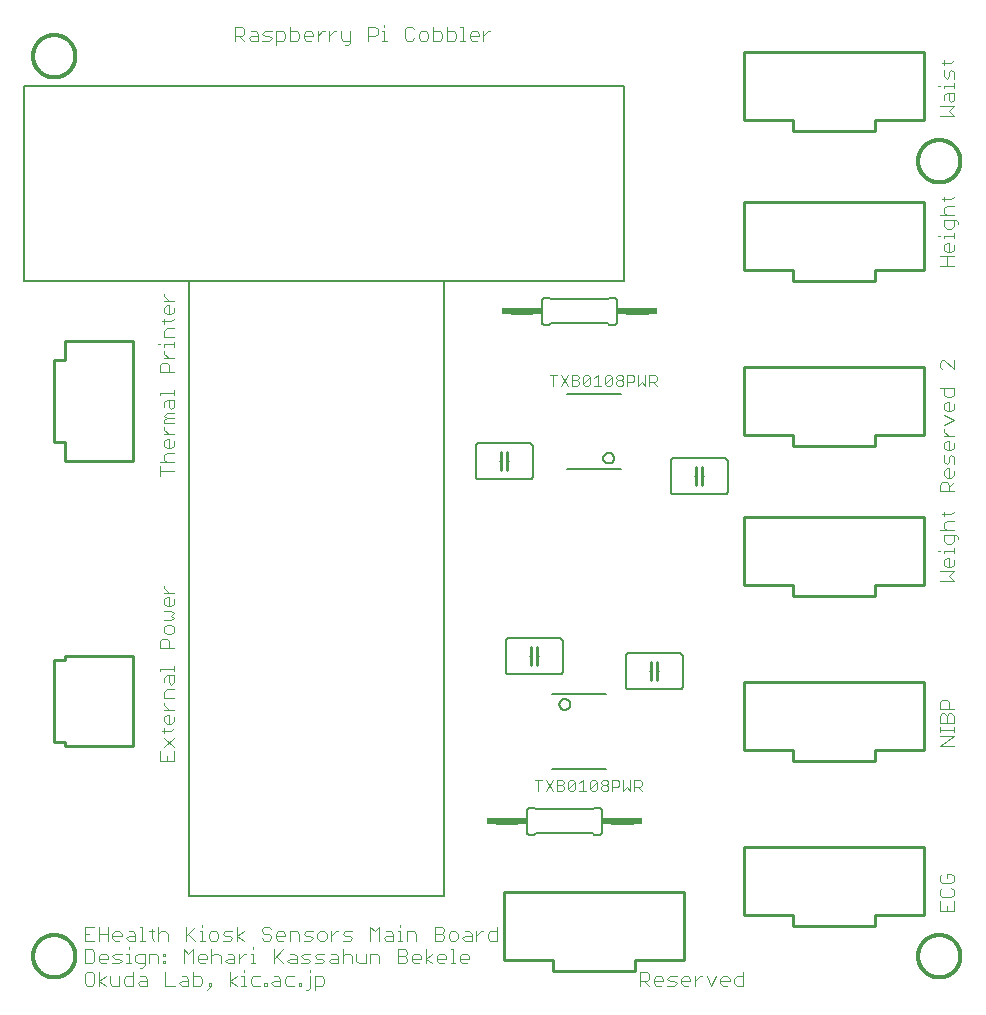
<source format=gto>
G75*
%MOIN*%
%OFA0B0*%
%FSLAX25Y25*%
%IPPOS*%
%LPD*%
%AMOC8*
5,1,8,0,0,1.08239X$1,22.5*
%
%ADD10C,0.00400*%
%ADD11C,0.00300*%
%ADD12C,0.01200*%
%ADD13C,0.00500*%
%ADD14C,0.00600*%
%ADD15C,0.01000*%
%ADD16C,0.02400*%
%ADD17R,0.03400X0.02400*%
D10*
X0031200Y0011967D02*
X0031967Y0011200D01*
X0033502Y0011200D01*
X0034269Y0011967D01*
X0034269Y0015037D01*
X0033502Y0015804D01*
X0031967Y0015804D01*
X0031200Y0015037D01*
X0031200Y0011967D01*
X0035804Y0011200D02*
X0035804Y0015804D01*
X0038106Y0014269D02*
X0035804Y0012735D01*
X0038106Y0011200D01*
X0039641Y0011967D02*
X0040408Y0011200D01*
X0042710Y0011200D01*
X0042710Y0014269D01*
X0044244Y0013502D02*
X0044244Y0011967D01*
X0045012Y0011200D01*
X0047314Y0011200D01*
X0047314Y0015804D01*
X0047314Y0014269D02*
X0045012Y0014269D01*
X0044244Y0013502D01*
X0048848Y0011967D02*
X0049616Y0012735D01*
X0051918Y0012735D01*
X0051918Y0013502D02*
X0051918Y0011200D01*
X0049616Y0011200D01*
X0048848Y0011967D01*
X0049616Y0014269D02*
X0051150Y0014269D01*
X0051918Y0013502D01*
X0050383Y0017165D02*
X0049616Y0017165D01*
X0050383Y0017165D02*
X0051150Y0017933D01*
X0051150Y0021769D01*
X0048848Y0021769D01*
X0048081Y0021002D01*
X0048081Y0019467D01*
X0048848Y0018700D01*
X0051150Y0018700D01*
X0052685Y0018700D02*
X0052685Y0021769D01*
X0054987Y0021769D01*
X0055754Y0021002D01*
X0055754Y0018700D01*
X0057289Y0018700D02*
X0057289Y0019467D01*
X0058056Y0019467D01*
X0058056Y0018700D01*
X0057289Y0018700D01*
X0057289Y0021002D02*
X0057289Y0021769D01*
X0058056Y0021769D01*
X0058056Y0021002D01*
X0057289Y0021002D01*
X0058824Y0026200D02*
X0058824Y0028502D01*
X0058056Y0029269D01*
X0056522Y0029269D01*
X0055754Y0028502D01*
X0054220Y0029269D02*
X0052685Y0029269D01*
X0053452Y0030037D02*
X0053452Y0026967D01*
X0054220Y0026200D01*
X0055754Y0026200D02*
X0055754Y0030804D01*
X0050383Y0030804D02*
X0050383Y0026200D01*
X0049616Y0026200D02*
X0051150Y0026200D01*
X0048081Y0026200D02*
X0048081Y0028502D01*
X0047314Y0029269D01*
X0045779Y0029269D01*
X0045779Y0027735D02*
X0048081Y0027735D01*
X0048081Y0026200D02*
X0045779Y0026200D01*
X0045012Y0026967D01*
X0045779Y0027735D01*
X0043477Y0027735D02*
X0040408Y0027735D01*
X0040408Y0028502D02*
X0041175Y0029269D01*
X0042710Y0029269D01*
X0043477Y0028502D01*
X0043477Y0027735D01*
X0042710Y0026200D02*
X0041175Y0026200D01*
X0040408Y0026967D01*
X0040408Y0028502D01*
X0038873Y0028502D02*
X0035804Y0028502D01*
X0035804Y0026200D02*
X0035804Y0030804D01*
X0034269Y0030804D02*
X0031200Y0030804D01*
X0031200Y0026200D01*
X0034269Y0026200D01*
X0032735Y0028502D02*
X0031200Y0028502D01*
X0031200Y0023304D02*
X0033502Y0023304D01*
X0034269Y0022537D01*
X0034269Y0019467D01*
X0033502Y0018700D01*
X0031200Y0018700D01*
X0031200Y0023304D01*
X0035804Y0021002D02*
X0035804Y0019467D01*
X0036571Y0018700D01*
X0038106Y0018700D01*
X0038873Y0020235D02*
X0035804Y0020235D01*
X0035804Y0021002D02*
X0036571Y0021769D01*
X0038106Y0021769D01*
X0038873Y0021002D01*
X0038873Y0020235D01*
X0040408Y0021002D02*
X0041175Y0021769D01*
X0043477Y0021769D01*
X0045012Y0021769D02*
X0045779Y0021769D01*
X0045779Y0018700D01*
X0045012Y0018700D02*
X0046546Y0018700D01*
X0043477Y0019467D02*
X0042710Y0020235D01*
X0041175Y0020235D01*
X0040408Y0021002D01*
X0040408Y0018700D02*
X0042710Y0018700D01*
X0043477Y0019467D01*
X0045779Y0023304D02*
X0045779Y0024071D01*
X0038873Y0026200D02*
X0038873Y0030804D01*
X0049616Y0030804D02*
X0050383Y0030804D01*
X0064962Y0030804D02*
X0064962Y0026200D01*
X0064962Y0027735D02*
X0068031Y0030804D01*
X0069566Y0029269D02*
X0070333Y0029269D01*
X0070333Y0026200D01*
X0069566Y0026200D02*
X0071101Y0026200D01*
X0072635Y0026967D02*
X0073403Y0026200D01*
X0074937Y0026200D01*
X0075705Y0026967D01*
X0075705Y0028502D01*
X0074937Y0029269D01*
X0073403Y0029269D01*
X0072635Y0028502D01*
X0072635Y0026967D01*
X0070333Y0030804D02*
X0070333Y0031571D01*
X0065729Y0028502D02*
X0068031Y0026200D01*
X0067264Y0023304D02*
X0065729Y0021769D01*
X0064195Y0023304D01*
X0064195Y0018700D01*
X0067264Y0018700D02*
X0067264Y0023304D01*
X0069566Y0021769D02*
X0071101Y0021769D01*
X0071868Y0021002D01*
X0071868Y0020235D01*
X0068799Y0020235D01*
X0068799Y0021002D02*
X0069566Y0021769D01*
X0068799Y0021002D02*
X0068799Y0019467D01*
X0069566Y0018700D01*
X0071101Y0018700D01*
X0073403Y0018700D02*
X0073403Y0023304D01*
X0074170Y0021769D02*
X0073403Y0021002D01*
X0074170Y0021769D02*
X0075705Y0021769D01*
X0076472Y0021002D01*
X0076472Y0018700D01*
X0078007Y0019467D02*
X0078774Y0020235D01*
X0081076Y0020235D01*
X0081076Y0021002D02*
X0081076Y0018700D01*
X0078774Y0018700D01*
X0078007Y0019467D01*
X0078774Y0021769D02*
X0080309Y0021769D01*
X0081076Y0021002D01*
X0082610Y0021769D02*
X0082610Y0018700D01*
X0082610Y0020235D02*
X0084145Y0021769D01*
X0084912Y0021769D01*
X0086447Y0021769D02*
X0087214Y0021769D01*
X0087214Y0018700D01*
X0086447Y0018700D02*
X0087982Y0018700D01*
X0084145Y0016571D02*
X0084145Y0015804D01*
X0084145Y0014269D02*
X0084145Y0011200D01*
X0083378Y0011200D02*
X0084912Y0011200D01*
X0086447Y0011967D02*
X0087214Y0011200D01*
X0089516Y0011200D01*
X0091051Y0011200D02*
X0091818Y0011200D01*
X0091818Y0011967D01*
X0091051Y0011967D01*
X0091051Y0011200D01*
X0093353Y0011967D02*
X0094120Y0012735D01*
X0096422Y0012735D01*
X0096422Y0013502D02*
X0096422Y0011200D01*
X0094120Y0011200D01*
X0093353Y0011967D01*
X0094120Y0014269D02*
X0095655Y0014269D01*
X0096422Y0013502D01*
X0097957Y0013502D02*
X0097957Y0011967D01*
X0098724Y0011200D01*
X0101026Y0011200D01*
X0102561Y0011200D02*
X0103328Y0011200D01*
X0103328Y0011967D01*
X0102561Y0011967D01*
X0102561Y0011200D01*
X0104863Y0009665D02*
X0105630Y0009665D01*
X0106397Y0010433D01*
X0106397Y0014269D01*
X0106397Y0015804D02*
X0106397Y0016571D01*
X0105630Y0018700D02*
X0103328Y0018700D01*
X0101793Y0018700D02*
X0099492Y0018700D01*
X0098724Y0019467D01*
X0099492Y0020235D01*
X0101793Y0020235D01*
X0101793Y0021002D02*
X0101793Y0018700D01*
X0101793Y0021002D02*
X0101026Y0021769D01*
X0099492Y0021769D01*
X0097190Y0023304D02*
X0094120Y0020235D01*
X0094888Y0021002D02*
X0097190Y0018700D01*
X0094120Y0018700D02*
X0094120Y0023304D01*
X0092586Y0026200D02*
X0091051Y0026200D01*
X0090284Y0026967D01*
X0091051Y0028502D02*
X0090284Y0029269D01*
X0090284Y0030037D01*
X0091051Y0030804D01*
X0092586Y0030804D01*
X0093353Y0030037D01*
X0092586Y0028502D02*
X0093353Y0027735D01*
X0093353Y0026967D01*
X0092586Y0026200D01*
X0092586Y0028502D02*
X0091051Y0028502D01*
X0094888Y0028502D02*
X0095655Y0029269D01*
X0097190Y0029269D01*
X0097957Y0028502D01*
X0097957Y0027735D01*
X0094888Y0027735D01*
X0094888Y0028502D02*
X0094888Y0026967D01*
X0095655Y0026200D01*
X0097190Y0026200D01*
X0099492Y0026200D02*
X0099492Y0029269D01*
X0101793Y0029269D01*
X0102561Y0028502D01*
X0102561Y0026200D01*
X0104095Y0026200D02*
X0106397Y0026200D01*
X0107165Y0026967D01*
X0106397Y0027735D01*
X0104863Y0027735D01*
X0104095Y0028502D01*
X0104863Y0029269D01*
X0107165Y0029269D01*
X0108699Y0028502D02*
X0108699Y0026967D01*
X0109467Y0026200D01*
X0111001Y0026200D01*
X0111769Y0026967D01*
X0111769Y0028502D01*
X0111001Y0029269D01*
X0109467Y0029269D01*
X0108699Y0028502D01*
X0113303Y0029269D02*
X0113303Y0026200D01*
X0113303Y0027735D02*
X0114838Y0029269D01*
X0115605Y0029269D01*
X0117140Y0028502D02*
X0117907Y0029269D01*
X0120209Y0029269D01*
X0119442Y0027735D02*
X0117907Y0027735D01*
X0117140Y0028502D01*
X0117140Y0026200D02*
X0119442Y0026200D01*
X0120209Y0026967D01*
X0119442Y0027735D01*
X0117140Y0023304D02*
X0117140Y0018700D01*
X0115605Y0018700D02*
X0113303Y0018700D01*
X0112536Y0019467D01*
X0113303Y0020235D01*
X0115605Y0020235D01*
X0115605Y0021002D02*
X0115605Y0018700D01*
X0115605Y0021002D02*
X0114838Y0021769D01*
X0113303Y0021769D01*
X0111001Y0021769D02*
X0108699Y0021769D01*
X0107932Y0021002D01*
X0108699Y0020235D01*
X0110234Y0020235D01*
X0111001Y0019467D01*
X0110234Y0018700D01*
X0107932Y0018700D01*
X0106397Y0019467D02*
X0105630Y0020235D01*
X0104095Y0020235D01*
X0103328Y0021002D01*
X0104095Y0021769D01*
X0106397Y0021769D01*
X0106397Y0019467D02*
X0105630Y0018700D01*
X0107932Y0014269D02*
X0110234Y0014269D01*
X0111001Y0013502D01*
X0111001Y0011967D01*
X0110234Y0011200D01*
X0107932Y0011200D01*
X0107932Y0009665D02*
X0107932Y0014269D01*
X0101026Y0014269D02*
X0098724Y0014269D01*
X0097957Y0013502D01*
X0089516Y0014269D02*
X0087214Y0014269D01*
X0086447Y0013502D01*
X0086447Y0011967D01*
X0084145Y0014269D02*
X0083378Y0014269D01*
X0081843Y0014269D02*
X0079541Y0012735D01*
X0081843Y0011200D01*
X0079541Y0011200D02*
X0079541Y0015804D01*
X0073403Y0011967D02*
X0072635Y0011967D01*
X0072635Y0011200D01*
X0073403Y0011200D01*
X0073403Y0011967D01*
X0073403Y0011200D02*
X0071868Y0009665D01*
X0069566Y0011200D02*
X0070333Y0011967D01*
X0070333Y0013502D01*
X0069566Y0014269D01*
X0067264Y0014269D01*
X0067264Y0015804D02*
X0067264Y0011200D01*
X0069566Y0011200D01*
X0065729Y0011200D02*
X0065729Y0013502D01*
X0064962Y0014269D01*
X0063427Y0014269D01*
X0063427Y0012735D02*
X0065729Y0012735D01*
X0065729Y0011200D02*
X0063427Y0011200D01*
X0062660Y0011967D01*
X0063427Y0012735D01*
X0061126Y0011200D02*
X0058056Y0011200D01*
X0058056Y0015804D01*
X0039641Y0014269D02*
X0039641Y0011967D01*
X0077239Y0026200D02*
X0079541Y0026200D01*
X0080309Y0026967D01*
X0079541Y0027735D01*
X0078007Y0027735D01*
X0077239Y0028502D01*
X0078007Y0029269D01*
X0080309Y0029269D01*
X0081843Y0027735D02*
X0084145Y0029269D01*
X0081843Y0027735D02*
X0084145Y0026200D01*
X0081843Y0026200D02*
X0081843Y0030804D01*
X0087214Y0024071D02*
X0087214Y0023304D01*
X0117140Y0021002D02*
X0117907Y0021769D01*
X0119442Y0021769D01*
X0120209Y0021002D01*
X0120209Y0018700D01*
X0121744Y0019467D02*
X0121744Y0021769D01*
X0121744Y0019467D02*
X0122511Y0018700D01*
X0124813Y0018700D01*
X0124813Y0021769D01*
X0126348Y0021769D02*
X0128650Y0021769D01*
X0129417Y0021002D01*
X0129417Y0018700D01*
X0126348Y0018700D02*
X0126348Y0021769D01*
X0126348Y0026200D02*
X0126348Y0030804D01*
X0127882Y0029269D01*
X0129417Y0030804D01*
X0129417Y0026200D01*
X0130952Y0026967D02*
X0131719Y0027735D01*
X0134021Y0027735D01*
X0134021Y0028502D02*
X0134021Y0026200D01*
X0131719Y0026200D01*
X0130952Y0026967D01*
X0131719Y0029269D02*
X0133254Y0029269D01*
X0134021Y0028502D01*
X0135556Y0029269D02*
X0136323Y0029269D01*
X0136323Y0026200D01*
X0135556Y0026200D02*
X0137090Y0026200D01*
X0138625Y0026200D02*
X0138625Y0029269D01*
X0140927Y0029269D01*
X0141694Y0028502D01*
X0141694Y0026200D01*
X0144763Y0023304D02*
X0144763Y0018700D01*
X0144763Y0020235D02*
X0147065Y0018700D01*
X0148600Y0019467D02*
X0148600Y0021002D01*
X0149367Y0021769D01*
X0150902Y0021769D01*
X0151669Y0021002D01*
X0151669Y0020235D01*
X0148600Y0020235D01*
X0148600Y0019467D02*
X0149367Y0018700D01*
X0150902Y0018700D01*
X0153204Y0018700D02*
X0154739Y0018700D01*
X0153971Y0018700D02*
X0153971Y0023304D01*
X0153204Y0023304D01*
X0153204Y0026200D02*
X0152437Y0026967D01*
X0152437Y0028502D01*
X0153204Y0029269D01*
X0154739Y0029269D01*
X0155506Y0028502D01*
X0155506Y0026967D01*
X0154739Y0026200D01*
X0153204Y0026200D01*
X0150902Y0026967D02*
X0150135Y0026200D01*
X0147833Y0026200D01*
X0147833Y0030804D01*
X0150135Y0030804D01*
X0150902Y0030037D01*
X0150902Y0029269D01*
X0150135Y0028502D01*
X0147833Y0028502D01*
X0150135Y0028502D02*
X0150902Y0027735D01*
X0150902Y0026967D01*
X0157041Y0026967D02*
X0157808Y0027735D01*
X0160110Y0027735D01*
X0160110Y0028502D02*
X0160110Y0026200D01*
X0157808Y0026200D01*
X0157041Y0026967D01*
X0157808Y0029269D02*
X0159343Y0029269D01*
X0160110Y0028502D01*
X0161645Y0029269D02*
X0161645Y0026200D01*
X0161645Y0027735D02*
X0163179Y0029269D01*
X0163946Y0029269D01*
X0165481Y0028502D02*
X0166248Y0029269D01*
X0168550Y0029269D01*
X0168550Y0030804D02*
X0168550Y0026200D01*
X0166248Y0026200D01*
X0165481Y0026967D01*
X0165481Y0028502D01*
X0158575Y0021769D02*
X0159343Y0021002D01*
X0159343Y0020235D01*
X0156273Y0020235D01*
X0156273Y0021002D02*
X0157041Y0021769D01*
X0158575Y0021769D01*
X0156273Y0021002D02*
X0156273Y0019467D01*
X0157041Y0018700D01*
X0158575Y0018700D01*
X0147065Y0021769D02*
X0144763Y0020235D01*
X0143229Y0020235D02*
X0140160Y0020235D01*
X0140160Y0021002D02*
X0140927Y0021769D01*
X0142461Y0021769D01*
X0143229Y0021002D01*
X0143229Y0020235D01*
X0142461Y0018700D02*
X0140927Y0018700D01*
X0140160Y0019467D01*
X0140160Y0021002D01*
X0138625Y0021769D02*
X0137858Y0021002D01*
X0135556Y0021002D01*
X0137858Y0021002D02*
X0138625Y0020235D01*
X0138625Y0019467D01*
X0137858Y0018700D01*
X0135556Y0018700D01*
X0135556Y0023304D01*
X0137858Y0023304D01*
X0138625Y0022537D01*
X0138625Y0021769D01*
X0136323Y0030804D02*
X0136323Y0031571D01*
X0060800Y0086200D02*
X0060800Y0089269D01*
X0060800Y0090804D02*
X0057731Y0093873D01*
X0057731Y0095408D02*
X0057731Y0096942D01*
X0056963Y0096175D02*
X0060033Y0096175D01*
X0060800Y0096942D01*
X0060033Y0098477D02*
X0058498Y0098477D01*
X0057731Y0099244D01*
X0057731Y0100779D01*
X0058498Y0101546D01*
X0059265Y0101546D01*
X0059265Y0098477D01*
X0060033Y0098477D02*
X0060800Y0099244D01*
X0060800Y0100779D01*
X0060800Y0103081D02*
X0057731Y0103081D01*
X0059265Y0103081D02*
X0057731Y0104616D01*
X0057731Y0105383D01*
X0057731Y0106918D02*
X0057731Y0109220D01*
X0058498Y0109987D01*
X0060800Y0109987D01*
X0060033Y0111522D02*
X0059265Y0112289D01*
X0059265Y0114591D01*
X0058498Y0114591D02*
X0060800Y0114591D01*
X0060800Y0112289D01*
X0060033Y0111522D01*
X0057731Y0112289D02*
X0057731Y0113824D01*
X0058498Y0114591D01*
X0056196Y0116126D02*
X0056196Y0116893D01*
X0060800Y0116893D01*
X0060800Y0116126D02*
X0060800Y0117660D01*
X0060800Y0123799D02*
X0056196Y0123799D01*
X0056196Y0126101D01*
X0056963Y0126868D01*
X0058498Y0126868D01*
X0059265Y0126101D01*
X0059265Y0123799D01*
X0058498Y0128403D02*
X0060033Y0128403D01*
X0060800Y0129170D01*
X0060800Y0130705D01*
X0060033Y0131472D01*
X0058498Y0131472D01*
X0057731Y0130705D01*
X0057731Y0129170D01*
X0058498Y0128403D01*
X0057731Y0133007D02*
X0060033Y0133007D01*
X0060800Y0133774D01*
X0060033Y0134541D01*
X0060800Y0135309D01*
X0060033Y0136076D01*
X0057731Y0136076D01*
X0058498Y0137610D02*
X0057731Y0138378D01*
X0057731Y0139912D01*
X0058498Y0140680D01*
X0059265Y0140680D01*
X0059265Y0137610D01*
X0058498Y0137610D02*
X0060033Y0137610D01*
X0060800Y0138378D01*
X0060800Y0139912D01*
X0060800Y0142214D02*
X0057731Y0142214D01*
X0059265Y0142214D02*
X0057731Y0143749D01*
X0057731Y0144516D01*
X0056196Y0181200D02*
X0056196Y0184269D01*
X0056196Y0182735D02*
X0060800Y0182735D01*
X0060800Y0185804D02*
X0056196Y0185804D01*
X0057731Y0186571D02*
X0057731Y0188106D01*
X0058498Y0188873D01*
X0060800Y0188873D01*
X0060033Y0190408D02*
X0060800Y0191175D01*
X0060800Y0192710D01*
X0059265Y0193477D02*
X0059265Y0190408D01*
X0058498Y0190408D02*
X0057731Y0191175D01*
X0057731Y0192710D01*
X0058498Y0193477D01*
X0059265Y0193477D01*
X0059265Y0195012D02*
X0057731Y0196546D01*
X0057731Y0197314D01*
X0057731Y0198848D02*
X0057731Y0199616D01*
X0058498Y0200383D01*
X0057731Y0201150D01*
X0058498Y0201918D01*
X0060800Y0201918D01*
X0060800Y0200383D02*
X0058498Y0200383D01*
X0057731Y0198848D02*
X0060800Y0198848D01*
X0060033Y0203452D02*
X0059265Y0204220D01*
X0059265Y0206522D01*
X0058498Y0206522D02*
X0060800Y0206522D01*
X0060800Y0204220D01*
X0060033Y0203452D01*
X0057731Y0204220D02*
X0057731Y0205754D01*
X0058498Y0206522D01*
X0056196Y0208056D02*
X0056196Y0208824D01*
X0060800Y0208824D01*
X0060800Y0209591D02*
X0060800Y0208056D01*
X0060800Y0215729D02*
X0056196Y0215729D01*
X0056196Y0218031D01*
X0056963Y0218799D01*
X0058498Y0218799D01*
X0059265Y0218031D01*
X0059265Y0215729D01*
X0059265Y0220333D02*
X0057731Y0221868D01*
X0057731Y0222635D01*
X0057731Y0224170D02*
X0057731Y0224937D01*
X0060800Y0224937D01*
X0060800Y0224170D02*
X0060800Y0225705D01*
X0060800Y0227239D02*
X0057731Y0227239D01*
X0057731Y0229541D01*
X0058498Y0230309D01*
X0060800Y0230309D01*
X0060033Y0232610D02*
X0060800Y0233378D01*
X0060033Y0232610D02*
X0056963Y0232610D01*
X0057731Y0231843D02*
X0057731Y0233378D01*
X0058498Y0234912D02*
X0057731Y0235680D01*
X0057731Y0237214D01*
X0058498Y0237982D01*
X0059265Y0237982D01*
X0059265Y0234912D01*
X0058498Y0234912D02*
X0060033Y0234912D01*
X0060800Y0235680D01*
X0060800Y0237214D01*
X0060800Y0239516D02*
X0057731Y0239516D01*
X0059265Y0239516D02*
X0057731Y0241051D01*
X0057731Y0241818D01*
X0056196Y0224937D02*
X0055429Y0224937D01*
X0057731Y0220333D02*
X0060800Y0220333D01*
X0060800Y0195012D02*
X0057731Y0195012D01*
X0058498Y0190408D02*
X0060033Y0190408D01*
X0057731Y0186571D02*
X0058498Y0185804D01*
X0057731Y0106918D02*
X0060800Y0106918D01*
X0060800Y0093873D02*
X0057731Y0090804D01*
X0056196Y0089269D02*
X0056196Y0086200D01*
X0060800Y0086200D01*
X0058498Y0086200D02*
X0058498Y0087735D01*
X0216200Y0015804D02*
X0216200Y0011200D01*
X0216200Y0012735D02*
X0218502Y0012735D01*
X0219269Y0013502D01*
X0219269Y0015037D01*
X0218502Y0015804D01*
X0216200Y0015804D01*
X0217735Y0012735D02*
X0219269Y0011200D01*
X0220804Y0011967D02*
X0220804Y0013502D01*
X0221571Y0014269D01*
X0223106Y0014269D01*
X0223873Y0013502D01*
X0223873Y0012735D01*
X0220804Y0012735D01*
X0220804Y0011967D02*
X0221571Y0011200D01*
X0223106Y0011200D01*
X0225408Y0011200D02*
X0227710Y0011200D01*
X0228477Y0011967D01*
X0227710Y0012735D01*
X0226175Y0012735D01*
X0225408Y0013502D01*
X0226175Y0014269D01*
X0228477Y0014269D01*
X0230012Y0013502D02*
X0230779Y0014269D01*
X0232314Y0014269D01*
X0233081Y0013502D01*
X0233081Y0012735D01*
X0230012Y0012735D01*
X0230012Y0013502D02*
X0230012Y0011967D01*
X0230779Y0011200D01*
X0232314Y0011200D01*
X0234616Y0011200D02*
X0234616Y0014269D01*
X0234616Y0012735D02*
X0236150Y0014269D01*
X0236918Y0014269D01*
X0238452Y0014269D02*
X0239987Y0011200D01*
X0241522Y0014269D01*
X0243056Y0013502D02*
X0243056Y0011967D01*
X0243824Y0011200D01*
X0245358Y0011200D01*
X0246126Y0012735D02*
X0243056Y0012735D01*
X0243056Y0013502D02*
X0243824Y0014269D01*
X0245358Y0014269D01*
X0246126Y0013502D01*
X0246126Y0012735D01*
X0247660Y0011967D02*
X0247660Y0013502D01*
X0248427Y0014269D01*
X0250729Y0014269D01*
X0250729Y0015804D02*
X0250729Y0011200D01*
X0248427Y0011200D01*
X0247660Y0011967D01*
X0316196Y0036200D02*
X0320800Y0036200D01*
X0320800Y0039269D01*
X0320033Y0040804D02*
X0316963Y0040804D01*
X0316196Y0041571D01*
X0316196Y0043106D01*
X0316963Y0043873D01*
X0316963Y0045408D02*
X0320033Y0045408D01*
X0320800Y0046175D01*
X0320800Y0047710D01*
X0320033Y0048477D01*
X0318498Y0048477D01*
X0318498Y0046942D01*
X0316963Y0045408D02*
X0316196Y0046175D01*
X0316196Y0047710D01*
X0316963Y0048477D01*
X0320033Y0043873D02*
X0320800Y0043106D01*
X0320800Y0041571D01*
X0320033Y0040804D01*
X0318498Y0037735D02*
X0318498Y0036200D01*
X0316196Y0036200D02*
X0316196Y0039269D01*
X0316196Y0091200D02*
X0320800Y0094269D01*
X0316196Y0094269D01*
X0316196Y0095804D02*
X0316196Y0097339D01*
X0316196Y0096571D02*
X0320800Y0096571D01*
X0320800Y0095804D02*
X0320800Y0097339D01*
X0320800Y0098873D02*
X0316196Y0098873D01*
X0316196Y0101175D01*
X0316963Y0101942D01*
X0317731Y0101942D01*
X0318498Y0101175D01*
X0318498Y0098873D01*
X0320800Y0098873D02*
X0320800Y0101175D01*
X0320033Y0101942D01*
X0319265Y0101942D01*
X0318498Y0101175D01*
X0319265Y0103477D02*
X0319265Y0105779D01*
X0318498Y0106546D01*
X0316963Y0106546D01*
X0316196Y0105779D01*
X0316196Y0103477D01*
X0320800Y0103477D01*
X0320800Y0091200D02*
X0316196Y0091200D01*
X0316196Y0146200D02*
X0320800Y0146200D01*
X0319265Y0147735D01*
X0320800Y0149269D01*
X0316196Y0149269D01*
X0318498Y0150804D02*
X0317731Y0151571D01*
X0317731Y0153106D01*
X0318498Y0153873D01*
X0319265Y0153873D01*
X0319265Y0150804D01*
X0318498Y0150804D02*
X0320033Y0150804D01*
X0320800Y0151571D01*
X0320800Y0153106D01*
X0320800Y0155408D02*
X0320800Y0156942D01*
X0320800Y0156175D02*
X0317731Y0156175D01*
X0317731Y0155408D01*
X0316196Y0156175D02*
X0315429Y0156175D01*
X0318498Y0158477D02*
X0320033Y0158477D01*
X0320800Y0159244D01*
X0320800Y0161546D01*
X0321567Y0161546D02*
X0317731Y0161546D01*
X0317731Y0159244D01*
X0318498Y0158477D01*
X0321567Y0161546D02*
X0322335Y0160779D01*
X0322335Y0160012D01*
X0320800Y0163081D02*
X0316196Y0163081D01*
X0317731Y0163848D02*
X0317731Y0165383D01*
X0318498Y0166150D01*
X0320800Y0166150D01*
X0320033Y0168452D02*
X0320800Y0169220D01*
X0320033Y0168452D02*
X0316963Y0168452D01*
X0317731Y0167685D02*
X0317731Y0169220D01*
X0317731Y0163848D02*
X0318498Y0163081D01*
X0319265Y0175928D02*
X0319265Y0178230D01*
X0318498Y0178997D01*
X0316963Y0178997D01*
X0316196Y0178230D01*
X0316196Y0175928D01*
X0320800Y0175928D01*
X0319265Y0177463D02*
X0320800Y0178997D01*
X0320033Y0180532D02*
X0318498Y0180532D01*
X0317731Y0181299D01*
X0317731Y0182834D01*
X0318498Y0183601D01*
X0319265Y0183601D01*
X0319265Y0180532D01*
X0320033Y0180532D02*
X0320800Y0181299D01*
X0320800Y0182834D01*
X0320800Y0185136D02*
X0320800Y0187438D01*
X0320033Y0188205D01*
X0319265Y0187438D01*
X0319265Y0185903D01*
X0318498Y0185136D01*
X0317731Y0185903D01*
X0317731Y0188205D01*
X0318498Y0189740D02*
X0317731Y0190507D01*
X0317731Y0192042D01*
X0318498Y0192809D01*
X0319265Y0192809D01*
X0319265Y0189740D01*
X0318498Y0189740D02*
X0320033Y0189740D01*
X0320800Y0190507D01*
X0320800Y0192042D01*
X0320800Y0194344D02*
X0317731Y0194344D01*
X0317731Y0195878D02*
X0317731Y0196646D01*
X0317731Y0195878D02*
X0319265Y0194344D01*
X0317731Y0198180D02*
X0320800Y0199715D01*
X0317731Y0201250D01*
X0318498Y0202784D02*
X0317731Y0203552D01*
X0317731Y0205086D01*
X0318498Y0205853D01*
X0319265Y0205853D01*
X0319265Y0202784D01*
X0318498Y0202784D02*
X0320033Y0202784D01*
X0320800Y0203552D01*
X0320800Y0205086D01*
X0320033Y0207388D02*
X0318498Y0207388D01*
X0317731Y0208155D01*
X0317731Y0210457D01*
X0316196Y0210457D02*
X0320800Y0210457D01*
X0320800Y0208155D01*
X0320033Y0207388D01*
X0320800Y0216596D02*
X0317731Y0219665D01*
X0316963Y0219665D01*
X0316196Y0218898D01*
X0316196Y0217363D01*
X0316963Y0216596D01*
X0320800Y0216596D02*
X0320800Y0219665D01*
X0320800Y0251200D02*
X0316196Y0251200D01*
X0318498Y0251200D02*
X0318498Y0254269D01*
X0318498Y0255804D02*
X0317731Y0256571D01*
X0317731Y0258106D01*
X0318498Y0258873D01*
X0319265Y0258873D01*
X0319265Y0255804D01*
X0318498Y0255804D02*
X0320033Y0255804D01*
X0320800Y0256571D01*
X0320800Y0258106D01*
X0320800Y0260408D02*
X0320800Y0261942D01*
X0320800Y0261175D02*
X0317731Y0261175D01*
X0317731Y0260408D01*
X0316196Y0261175D02*
X0315429Y0261175D01*
X0318498Y0263477D02*
X0320033Y0263477D01*
X0320800Y0264244D01*
X0320800Y0266546D01*
X0321567Y0266546D02*
X0317731Y0266546D01*
X0317731Y0264244D01*
X0318498Y0263477D01*
X0321567Y0266546D02*
X0322335Y0265779D01*
X0322335Y0265012D01*
X0320800Y0268081D02*
X0316196Y0268081D01*
X0317731Y0268848D02*
X0317731Y0270383D01*
X0318498Y0271150D01*
X0320800Y0271150D01*
X0320033Y0273452D02*
X0316963Y0273452D01*
X0317731Y0272685D02*
X0317731Y0274220D01*
X0320033Y0273452D02*
X0320800Y0274220D01*
X0317731Y0268848D02*
X0318498Y0268081D01*
X0316196Y0254269D02*
X0320800Y0254269D01*
X0320800Y0301200D02*
X0316196Y0301200D01*
X0316196Y0304269D02*
X0320800Y0304269D01*
X0319265Y0302735D01*
X0320800Y0301200D01*
X0320033Y0305804D02*
X0319265Y0306571D01*
X0319265Y0308873D01*
X0318498Y0308873D02*
X0320800Y0308873D01*
X0320800Y0306571D01*
X0320033Y0305804D01*
X0317731Y0306571D02*
X0317731Y0308106D01*
X0318498Y0308873D01*
X0317731Y0310408D02*
X0317731Y0311175D01*
X0320800Y0311175D01*
X0320800Y0310408D02*
X0320800Y0311942D01*
X0320800Y0313477D02*
X0320800Y0315779D01*
X0320033Y0316546D01*
X0319265Y0315779D01*
X0319265Y0314244D01*
X0318498Y0313477D01*
X0317731Y0314244D01*
X0317731Y0316546D01*
X0317731Y0318081D02*
X0317731Y0319616D01*
X0316963Y0318848D02*
X0320033Y0318848D01*
X0320800Y0319616D01*
X0316196Y0311175D02*
X0315429Y0311175D01*
X0166373Y0329269D02*
X0165605Y0329269D01*
X0164071Y0327735D01*
X0164071Y0329269D02*
X0164071Y0326200D01*
X0162536Y0327735D02*
X0159467Y0327735D01*
X0159467Y0328502D02*
X0160234Y0329269D01*
X0161769Y0329269D01*
X0162536Y0328502D01*
X0162536Y0327735D01*
X0161769Y0326200D02*
X0160234Y0326200D01*
X0159467Y0326967D01*
X0159467Y0328502D01*
X0157932Y0326200D02*
X0156397Y0326200D01*
X0157165Y0326200D02*
X0157165Y0330804D01*
X0156397Y0330804D01*
X0154095Y0329269D02*
X0151794Y0329269D01*
X0151794Y0330804D02*
X0151794Y0326200D01*
X0154095Y0326200D01*
X0154863Y0326967D01*
X0154863Y0328502D01*
X0154095Y0329269D01*
X0150259Y0328502D02*
X0149492Y0329269D01*
X0147190Y0329269D01*
X0147190Y0330804D02*
X0147190Y0326200D01*
X0149492Y0326200D01*
X0150259Y0326967D01*
X0150259Y0328502D01*
X0145655Y0328502D02*
X0144888Y0329269D01*
X0143353Y0329269D01*
X0142586Y0328502D01*
X0142586Y0326967D01*
X0143353Y0326200D01*
X0144888Y0326200D01*
X0145655Y0326967D01*
X0145655Y0328502D01*
X0141051Y0330037D02*
X0140284Y0330804D01*
X0138749Y0330804D01*
X0137982Y0330037D01*
X0137982Y0326967D01*
X0138749Y0326200D01*
X0140284Y0326200D01*
X0141051Y0326967D01*
X0131843Y0326200D02*
X0130309Y0326200D01*
X0131076Y0326200D02*
X0131076Y0329269D01*
X0130309Y0329269D01*
X0131076Y0330804D02*
X0131076Y0331571D01*
X0128774Y0330037D02*
X0128774Y0328502D01*
X0128007Y0327735D01*
X0125705Y0327735D01*
X0125705Y0326200D02*
X0125705Y0330804D01*
X0128007Y0330804D01*
X0128774Y0330037D01*
X0119566Y0329269D02*
X0119566Y0325433D01*
X0118799Y0324665D01*
X0118031Y0324665D01*
X0117264Y0326200D02*
X0119566Y0326200D01*
X0117264Y0326200D02*
X0116497Y0326967D01*
X0116497Y0329269D01*
X0114962Y0329269D02*
X0114195Y0329269D01*
X0112660Y0327735D01*
X0112660Y0329269D02*
X0112660Y0326200D01*
X0111126Y0329269D02*
X0110358Y0329269D01*
X0108824Y0327735D01*
X0108824Y0329269D02*
X0108824Y0326200D01*
X0107289Y0327735D02*
X0104220Y0327735D01*
X0104220Y0328502D02*
X0104987Y0329269D01*
X0106522Y0329269D01*
X0107289Y0328502D01*
X0107289Y0327735D01*
X0106522Y0326200D02*
X0104987Y0326200D01*
X0104220Y0326967D01*
X0104220Y0328502D01*
X0102685Y0328502D02*
X0101918Y0329269D01*
X0099616Y0329269D01*
X0099616Y0330804D02*
X0099616Y0326200D01*
X0101918Y0326200D01*
X0102685Y0326967D01*
X0102685Y0328502D01*
X0098081Y0328502D02*
X0098081Y0326967D01*
X0097314Y0326200D01*
X0095012Y0326200D01*
X0095012Y0324665D02*
X0095012Y0329269D01*
X0097314Y0329269D01*
X0098081Y0328502D01*
X0093477Y0329269D02*
X0091175Y0329269D01*
X0090408Y0328502D01*
X0091175Y0327735D01*
X0092710Y0327735D01*
X0093477Y0326967D01*
X0092710Y0326200D01*
X0090408Y0326200D01*
X0088873Y0326200D02*
X0086571Y0326200D01*
X0085804Y0326967D01*
X0086571Y0327735D01*
X0088873Y0327735D01*
X0088873Y0328502D02*
X0088873Y0326200D01*
X0088873Y0328502D02*
X0088106Y0329269D01*
X0086571Y0329269D01*
X0084269Y0328502D02*
X0083502Y0327735D01*
X0081200Y0327735D01*
X0082735Y0327735D02*
X0084269Y0326200D01*
X0084269Y0328502D02*
X0084269Y0330037D01*
X0083502Y0330804D01*
X0081200Y0330804D01*
X0081200Y0326200D01*
D11*
X0186150Y0214853D02*
X0188619Y0214853D01*
X0189833Y0214853D02*
X0192302Y0211150D01*
X0193516Y0211150D02*
X0195368Y0211150D01*
X0195985Y0211767D01*
X0195985Y0212384D01*
X0195368Y0213002D01*
X0193516Y0213002D01*
X0193516Y0214853D02*
X0195368Y0214853D01*
X0195985Y0214236D01*
X0195985Y0213619D01*
X0195368Y0213002D01*
X0197199Y0214236D02*
X0197817Y0214853D01*
X0199051Y0214853D01*
X0199668Y0214236D01*
X0197199Y0211767D01*
X0197817Y0211150D01*
X0199051Y0211150D01*
X0199668Y0211767D01*
X0199668Y0214236D01*
X0200883Y0213619D02*
X0202117Y0214853D01*
X0202117Y0211150D01*
X0200883Y0211150D02*
X0203351Y0211150D01*
X0204566Y0211767D02*
X0207034Y0214236D01*
X0207034Y0211767D01*
X0206417Y0211150D01*
X0205183Y0211150D01*
X0204566Y0211767D01*
X0204566Y0214236D01*
X0205183Y0214853D01*
X0206417Y0214853D01*
X0207034Y0214236D01*
X0208249Y0214236D02*
X0208249Y0213619D01*
X0208866Y0213002D01*
X0210100Y0213002D01*
X0210718Y0212384D01*
X0210718Y0211767D01*
X0210100Y0211150D01*
X0208866Y0211150D01*
X0208249Y0211767D01*
X0208249Y0212384D01*
X0208866Y0213002D01*
X0210100Y0213002D02*
X0210718Y0213619D01*
X0210718Y0214236D01*
X0210100Y0214853D01*
X0208866Y0214853D01*
X0208249Y0214236D01*
X0211932Y0214853D02*
X0211932Y0211150D01*
X0211932Y0212384D02*
X0213784Y0212384D01*
X0214401Y0213002D01*
X0214401Y0214236D01*
X0213784Y0214853D01*
X0211932Y0214853D01*
X0215615Y0214853D02*
X0215615Y0211150D01*
X0216850Y0212384D01*
X0218084Y0211150D01*
X0218084Y0214853D01*
X0219298Y0214853D02*
X0219298Y0211150D01*
X0219298Y0212384D02*
X0221150Y0212384D01*
X0221767Y0213002D01*
X0221767Y0214236D01*
X0221150Y0214853D01*
X0219298Y0214853D01*
X0220533Y0212384D02*
X0221767Y0211150D01*
X0197199Y0211767D02*
X0197199Y0214236D01*
X0193516Y0214853D02*
X0193516Y0211150D01*
X0189833Y0211150D02*
X0192302Y0214853D01*
X0187384Y0214853D02*
X0187384Y0211150D01*
X0187302Y0079853D02*
X0184833Y0076150D01*
X0182384Y0076150D02*
X0182384Y0079853D01*
X0181150Y0079853D02*
X0183619Y0079853D01*
X0184833Y0079853D02*
X0187302Y0076150D01*
X0188516Y0076150D02*
X0188516Y0079853D01*
X0190368Y0079853D01*
X0190985Y0079236D01*
X0190985Y0078619D01*
X0190368Y0078002D01*
X0188516Y0078002D01*
X0190368Y0078002D02*
X0190985Y0077384D01*
X0190985Y0076767D01*
X0190368Y0076150D01*
X0188516Y0076150D01*
X0192199Y0076767D02*
X0194668Y0079236D01*
X0194668Y0076767D01*
X0194051Y0076150D01*
X0192817Y0076150D01*
X0192199Y0076767D01*
X0192199Y0079236D01*
X0192817Y0079853D01*
X0194051Y0079853D01*
X0194668Y0079236D01*
X0195883Y0078619D02*
X0197117Y0079853D01*
X0197117Y0076150D01*
X0195883Y0076150D02*
X0198351Y0076150D01*
X0199566Y0076767D02*
X0202034Y0079236D01*
X0202034Y0076767D01*
X0201417Y0076150D01*
X0200183Y0076150D01*
X0199566Y0076767D01*
X0199566Y0079236D01*
X0200183Y0079853D01*
X0201417Y0079853D01*
X0202034Y0079236D01*
X0203249Y0079236D02*
X0203249Y0078619D01*
X0203866Y0078002D01*
X0205100Y0078002D01*
X0205718Y0077384D01*
X0205718Y0076767D01*
X0205100Y0076150D01*
X0203866Y0076150D01*
X0203249Y0076767D01*
X0203249Y0077384D01*
X0203866Y0078002D01*
X0205100Y0078002D02*
X0205718Y0078619D01*
X0205718Y0079236D01*
X0205100Y0079853D01*
X0203866Y0079853D01*
X0203249Y0079236D01*
X0206932Y0079853D02*
X0206932Y0076150D01*
X0206932Y0077384D02*
X0208784Y0077384D01*
X0209401Y0078002D01*
X0209401Y0079236D01*
X0208784Y0079853D01*
X0206932Y0079853D01*
X0210615Y0079853D02*
X0210615Y0076150D01*
X0211850Y0077384D01*
X0213084Y0076150D01*
X0213084Y0079853D01*
X0214298Y0079853D02*
X0216150Y0079853D01*
X0216767Y0079236D01*
X0216767Y0078002D01*
X0216150Y0077384D01*
X0214298Y0077384D01*
X0214298Y0076150D02*
X0214298Y0079853D01*
X0215533Y0077384D02*
X0216767Y0076150D01*
D12*
X0013929Y0021000D02*
X0013931Y0021174D01*
X0013938Y0021347D01*
X0013948Y0021520D01*
X0013963Y0021693D01*
X0013982Y0021866D01*
X0014006Y0022038D01*
X0014033Y0022209D01*
X0014065Y0022379D01*
X0014101Y0022549D01*
X0014141Y0022718D01*
X0014185Y0022886D01*
X0014233Y0023053D01*
X0014286Y0023218D01*
X0014342Y0023382D01*
X0014403Y0023545D01*
X0014467Y0023706D01*
X0014536Y0023865D01*
X0014608Y0024023D01*
X0014684Y0024179D01*
X0014764Y0024333D01*
X0014848Y0024485D01*
X0014935Y0024635D01*
X0015026Y0024783D01*
X0015121Y0024928D01*
X0015219Y0025072D01*
X0015321Y0025212D01*
X0015426Y0025350D01*
X0015534Y0025486D01*
X0015646Y0025619D01*
X0015761Y0025749D01*
X0015879Y0025876D01*
X0016000Y0026000D01*
X0016124Y0026121D01*
X0016251Y0026239D01*
X0016381Y0026354D01*
X0016514Y0026466D01*
X0016650Y0026574D01*
X0016788Y0026679D01*
X0016928Y0026781D01*
X0017072Y0026879D01*
X0017217Y0026974D01*
X0017365Y0027065D01*
X0017515Y0027152D01*
X0017667Y0027236D01*
X0017821Y0027316D01*
X0017977Y0027392D01*
X0018135Y0027464D01*
X0018294Y0027533D01*
X0018455Y0027597D01*
X0018618Y0027658D01*
X0018782Y0027714D01*
X0018947Y0027767D01*
X0019114Y0027815D01*
X0019282Y0027859D01*
X0019451Y0027899D01*
X0019621Y0027935D01*
X0019791Y0027967D01*
X0019962Y0027994D01*
X0020134Y0028018D01*
X0020307Y0028037D01*
X0020480Y0028052D01*
X0020653Y0028062D01*
X0020826Y0028069D01*
X0021000Y0028071D01*
X0021174Y0028069D01*
X0021347Y0028062D01*
X0021520Y0028052D01*
X0021693Y0028037D01*
X0021866Y0028018D01*
X0022038Y0027994D01*
X0022209Y0027967D01*
X0022379Y0027935D01*
X0022549Y0027899D01*
X0022718Y0027859D01*
X0022886Y0027815D01*
X0023053Y0027767D01*
X0023218Y0027714D01*
X0023382Y0027658D01*
X0023545Y0027597D01*
X0023706Y0027533D01*
X0023865Y0027464D01*
X0024023Y0027392D01*
X0024179Y0027316D01*
X0024333Y0027236D01*
X0024485Y0027152D01*
X0024635Y0027065D01*
X0024783Y0026974D01*
X0024928Y0026879D01*
X0025072Y0026781D01*
X0025212Y0026679D01*
X0025350Y0026574D01*
X0025486Y0026466D01*
X0025619Y0026354D01*
X0025749Y0026239D01*
X0025876Y0026121D01*
X0026000Y0026000D01*
X0026121Y0025876D01*
X0026239Y0025749D01*
X0026354Y0025619D01*
X0026466Y0025486D01*
X0026574Y0025350D01*
X0026679Y0025212D01*
X0026781Y0025072D01*
X0026879Y0024928D01*
X0026974Y0024783D01*
X0027065Y0024635D01*
X0027152Y0024485D01*
X0027236Y0024333D01*
X0027316Y0024179D01*
X0027392Y0024023D01*
X0027464Y0023865D01*
X0027533Y0023706D01*
X0027597Y0023545D01*
X0027658Y0023382D01*
X0027714Y0023218D01*
X0027767Y0023053D01*
X0027815Y0022886D01*
X0027859Y0022718D01*
X0027899Y0022549D01*
X0027935Y0022379D01*
X0027967Y0022209D01*
X0027994Y0022038D01*
X0028018Y0021866D01*
X0028037Y0021693D01*
X0028052Y0021520D01*
X0028062Y0021347D01*
X0028069Y0021174D01*
X0028071Y0021000D01*
X0028069Y0020826D01*
X0028062Y0020653D01*
X0028052Y0020480D01*
X0028037Y0020307D01*
X0028018Y0020134D01*
X0027994Y0019962D01*
X0027967Y0019791D01*
X0027935Y0019621D01*
X0027899Y0019451D01*
X0027859Y0019282D01*
X0027815Y0019114D01*
X0027767Y0018947D01*
X0027714Y0018782D01*
X0027658Y0018618D01*
X0027597Y0018455D01*
X0027533Y0018294D01*
X0027464Y0018135D01*
X0027392Y0017977D01*
X0027316Y0017821D01*
X0027236Y0017667D01*
X0027152Y0017515D01*
X0027065Y0017365D01*
X0026974Y0017217D01*
X0026879Y0017072D01*
X0026781Y0016928D01*
X0026679Y0016788D01*
X0026574Y0016650D01*
X0026466Y0016514D01*
X0026354Y0016381D01*
X0026239Y0016251D01*
X0026121Y0016124D01*
X0026000Y0016000D01*
X0025876Y0015879D01*
X0025749Y0015761D01*
X0025619Y0015646D01*
X0025486Y0015534D01*
X0025350Y0015426D01*
X0025212Y0015321D01*
X0025072Y0015219D01*
X0024928Y0015121D01*
X0024783Y0015026D01*
X0024635Y0014935D01*
X0024485Y0014848D01*
X0024333Y0014764D01*
X0024179Y0014684D01*
X0024023Y0014608D01*
X0023865Y0014536D01*
X0023706Y0014467D01*
X0023545Y0014403D01*
X0023382Y0014342D01*
X0023218Y0014286D01*
X0023053Y0014233D01*
X0022886Y0014185D01*
X0022718Y0014141D01*
X0022549Y0014101D01*
X0022379Y0014065D01*
X0022209Y0014033D01*
X0022038Y0014006D01*
X0021866Y0013982D01*
X0021693Y0013963D01*
X0021520Y0013948D01*
X0021347Y0013938D01*
X0021174Y0013931D01*
X0021000Y0013929D01*
X0020826Y0013931D01*
X0020653Y0013938D01*
X0020480Y0013948D01*
X0020307Y0013963D01*
X0020134Y0013982D01*
X0019962Y0014006D01*
X0019791Y0014033D01*
X0019621Y0014065D01*
X0019451Y0014101D01*
X0019282Y0014141D01*
X0019114Y0014185D01*
X0018947Y0014233D01*
X0018782Y0014286D01*
X0018618Y0014342D01*
X0018455Y0014403D01*
X0018294Y0014467D01*
X0018135Y0014536D01*
X0017977Y0014608D01*
X0017821Y0014684D01*
X0017667Y0014764D01*
X0017515Y0014848D01*
X0017365Y0014935D01*
X0017217Y0015026D01*
X0017072Y0015121D01*
X0016928Y0015219D01*
X0016788Y0015321D01*
X0016650Y0015426D01*
X0016514Y0015534D01*
X0016381Y0015646D01*
X0016251Y0015761D01*
X0016124Y0015879D01*
X0016000Y0016000D01*
X0015879Y0016124D01*
X0015761Y0016251D01*
X0015646Y0016381D01*
X0015534Y0016514D01*
X0015426Y0016650D01*
X0015321Y0016788D01*
X0015219Y0016928D01*
X0015121Y0017072D01*
X0015026Y0017217D01*
X0014935Y0017365D01*
X0014848Y0017515D01*
X0014764Y0017667D01*
X0014684Y0017821D01*
X0014608Y0017977D01*
X0014536Y0018135D01*
X0014467Y0018294D01*
X0014403Y0018455D01*
X0014342Y0018618D01*
X0014286Y0018782D01*
X0014233Y0018947D01*
X0014185Y0019114D01*
X0014141Y0019282D01*
X0014101Y0019451D01*
X0014065Y0019621D01*
X0014033Y0019791D01*
X0014006Y0019962D01*
X0013982Y0020134D01*
X0013963Y0020307D01*
X0013948Y0020480D01*
X0013938Y0020653D01*
X0013931Y0020826D01*
X0013929Y0021000D01*
X0013929Y0321000D02*
X0013931Y0321174D01*
X0013938Y0321347D01*
X0013948Y0321520D01*
X0013963Y0321693D01*
X0013982Y0321866D01*
X0014006Y0322038D01*
X0014033Y0322209D01*
X0014065Y0322379D01*
X0014101Y0322549D01*
X0014141Y0322718D01*
X0014185Y0322886D01*
X0014233Y0323053D01*
X0014286Y0323218D01*
X0014342Y0323382D01*
X0014403Y0323545D01*
X0014467Y0323706D01*
X0014536Y0323865D01*
X0014608Y0324023D01*
X0014684Y0324179D01*
X0014764Y0324333D01*
X0014848Y0324485D01*
X0014935Y0324635D01*
X0015026Y0324783D01*
X0015121Y0324928D01*
X0015219Y0325072D01*
X0015321Y0325212D01*
X0015426Y0325350D01*
X0015534Y0325486D01*
X0015646Y0325619D01*
X0015761Y0325749D01*
X0015879Y0325876D01*
X0016000Y0326000D01*
X0016124Y0326121D01*
X0016251Y0326239D01*
X0016381Y0326354D01*
X0016514Y0326466D01*
X0016650Y0326574D01*
X0016788Y0326679D01*
X0016928Y0326781D01*
X0017072Y0326879D01*
X0017217Y0326974D01*
X0017365Y0327065D01*
X0017515Y0327152D01*
X0017667Y0327236D01*
X0017821Y0327316D01*
X0017977Y0327392D01*
X0018135Y0327464D01*
X0018294Y0327533D01*
X0018455Y0327597D01*
X0018618Y0327658D01*
X0018782Y0327714D01*
X0018947Y0327767D01*
X0019114Y0327815D01*
X0019282Y0327859D01*
X0019451Y0327899D01*
X0019621Y0327935D01*
X0019791Y0327967D01*
X0019962Y0327994D01*
X0020134Y0328018D01*
X0020307Y0328037D01*
X0020480Y0328052D01*
X0020653Y0328062D01*
X0020826Y0328069D01*
X0021000Y0328071D01*
X0021174Y0328069D01*
X0021347Y0328062D01*
X0021520Y0328052D01*
X0021693Y0328037D01*
X0021866Y0328018D01*
X0022038Y0327994D01*
X0022209Y0327967D01*
X0022379Y0327935D01*
X0022549Y0327899D01*
X0022718Y0327859D01*
X0022886Y0327815D01*
X0023053Y0327767D01*
X0023218Y0327714D01*
X0023382Y0327658D01*
X0023545Y0327597D01*
X0023706Y0327533D01*
X0023865Y0327464D01*
X0024023Y0327392D01*
X0024179Y0327316D01*
X0024333Y0327236D01*
X0024485Y0327152D01*
X0024635Y0327065D01*
X0024783Y0326974D01*
X0024928Y0326879D01*
X0025072Y0326781D01*
X0025212Y0326679D01*
X0025350Y0326574D01*
X0025486Y0326466D01*
X0025619Y0326354D01*
X0025749Y0326239D01*
X0025876Y0326121D01*
X0026000Y0326000D01*
X0026121Y0325876D01*
X0026239Y0325749D01*
X0026354Y0325619D01*
X0026466Y0325486D01*
X0026574Y0325350D01*
X0026679Y0325212D01*
X0026781Y0325072D01*
X0026879Y0324928D01*
X0026974Y0324783D01*
X0027065Y0324635D01*
X0027152Y0324485D01*
X0027236Y0324333D01*
X0027316Y0324179D01*
X0027392Y0324023D01*
X0027464Y0323865D01*
X0027533Y0323706D01*
X0027597Y0323545D01*
X0027658Y0323382D01*
X0027714Y0323218D01*
X0027767Y0323053D01*
X0027815Y0322886D01*
X0027859Y0322718D01*
X0027899Y0322549D01*
X0027935Y0322379D01*
X0027967Y0322209D01*
X0027994Y0322038D01*
X0028018Y0321866D01*
X0028037Y0321693D01*
X0028052Y0321520D01*
X0028062Y0321347D01*
X0028069Y0321174D01*
X0028071Y0321000D01*
X0028069Y0320826D01*
X0028062Y0320653D01*
X0028052Y0320480D01*
X0028037Y0320307D01*
X0028018Y0320134D01*
X0027994Y0319962D01*
X0027967Y0319791D01*
X0027935Y0319621D01*
X0027899Y0319451D01*
X0027859Y0319282D01*
X0027815Y0319114D01*
X0027767Y0318947D01*
X0027714Y0318782D01*
X0027658Y0318618D01*
X0027597Y0318455D01*
X0027533Y0318294D01*
X0027464Y0318135D01*
X0027392Y0317977D01*
X0027316Y0317821D01*
X0027236Y0317667D01*
X0027152Y0317515D01*
X0027065Y0317365D01*
X0026974Y0317217D01*
X0026879Y0317072D01*
X0026781Y0316928D01*
X0026679Y0316788D01*
X0026574Y0316650D01*
X0026466Y0316514D01*
X0026354Y0316381D01*
X0026239Y0316251D01*
X0026121Y0316124D01*
X0026000Y0316000D01*
X0025876Y0315879D01*
X0025749Y0315761D01*
X0025619Y0315646D01*
X0025486Y0315534D01*
X0025350Y0315426D01*
X0025212Y0315321D01*
X0025072Y0315219D01*
X0024928Y0315121D01*
X0024783Y0315026D01*
X0024635Y0314935D01*
X0024485Y0314848D01*
X0024333Y0314764D01*
X0024179Y0314684D01*
X0024023Y0314608D01*
X0023865Y0314536D01*
X0023706Y0314467D01*
X0023545Y0314403D01*
X0023382Y0314342D01*
X0023218Y0314286D01*
X0023053Y0314233D01*
X0022886Y0314185D01*
X0022718Y0314141D01*
X0022549Y0314101D01*
X0022379Y0314065D01*
X0022209Y0314033D01*
X0022038Y0314006D01*
X0021866Y0313982D01*
X0021693Y0313963D01*
X0021520Y0313948D01*
X0021347Y0313938D01*
X0021174Y0313931D01*
X0021000Y0313929D01*
X0020826Y0313931D01*
X0020653Y0313938D01*
X0020480Y0313948D01*
X0020307Y0313963D01*
X0020134Y0313982D01*
X0019962Y0314006D01*
X0019791Y0314033D01*
X0019621Y0314065D01*
X0019451Y0314101D01*
X0019282Y0314141D01*
X0019114Y0314185D01*
X0018947Y0314233D01*
X0018782Y0314286D01*
X0018618Y0314342D01*
X0018455Y0314403D01*
X0018294Y0314467D01*
X0018135Y0314536D01*
X0017977Y0314608D01*
X0017821Y0314684D01*
X0017667Y0314764D01*
X0017515Y0314848D01*
X0017365Y0314935D01*
X0017217Y0315026D01*
X0017072Y0315121D01*
X0016928Y0315219D01*
X0016788Y0315321D01*
X0016650Y0315426D01*
X0016514Y0315534D01*
X0016381Y0315646D01*
X0016251Y0315761D01*
X0016124Y0315879D01*
X0016000Y0316000D01*
X0015879Y0316124D01*
X0015761Y0316251D01*
X0015646Y0316381D01*
X0015534Y0316514D01*
X0015426Y0316650D01*
X0015321Y0316788D01*
X0015219Y0316928D01*
X0015121Y0317072D01*
X0015026Y0317217D01*
X0014935Y0317365D01*
X0014848Y0317515D01*
X0014764Y0317667D01*
X0014684Y0317821D01*
X0014608Y0317977D01*
X0014536Y0318135D01*
X0014467Y0318294D01*
X0014403Y0318455D01*
X0014342Y0318618D01*
X0014286Y0318782D01*
X0014233Y0318947D01*
X0014185Y0319114D01*
X0014141Y0319282D01*
X0014101Y0319451D01*
X0014065Y0319621D01*
X0014033Y0319791D01*
X0014006Y0319962D01*
X0013982Y0320134D01*
X0013963Y0320307D01*
X0013948Y0320480D01*
X0013938Y0320653D01*
X0013931Y0320826D01*
X0013929Y0321000D01*
X0308929Y0286000D02*
X0308931Y0286174D01*
X0308938Y0286347D01*
X0308948Y0286520D01*
X0308963Y0286693D01*
X0308982Y0286866D01*
X0309006Y0287038D01*
X0309033Y0287209D01*
X0309065Y0287379D01*
X0309101Y0287549D01*
X0309141Y0287718D01*
X0309185Y0287886D01*
X0309233Y0288053D01*
X0309286Y0288218D01*
X0309342Y0288382D01*
X0309403Y0288545D01*
X0309467Y0288706D01*
X0309536Y0288865D01*
X0309608Y0289023D01*
X0309684Y0289179D01*
X0309764Y0289333D01*
X0309848Y0289485D01*
X0309935Y0289635D01*
X0310026Y0289783D01*
X0310121Y0289928D01*
X0310219Y0290072D01*
X0310321Y0290212D01*
X0310426Y0290350D01*
X0310534Y0290486D01*
X0310646Y0290619D01*
X0310761Y0290749D01*
X0310879Y0290876D01*
X0311000Y0291000D01*
X0311124Y0291121D01*
X0311251Y0291239D01*
X0311381Y0291354D01*
X0311514Y0291466D01*
X0311650Y0291574D01*
X0311788Y0291679D01*
X0311928Y0291781D01*
X0312072Y0291879D01*
X0312217Y0291974D01*
X0312365Y0292065D01*
X0312515Y0292152D01*
X0312667Y0292236D01*
X0312821Y0292316D01*
X0312977Y0292392D01*
X0313135Y0292464D01*
X0313294Y0292533D01*
X0313455Y0292597D01*
X0313618Y0292658D01*
X0313782Y0292714D01*
X0313947Y0292767D01*
X0314114Y0292815D01*
X0314282Y0292859D01*
X0314451Y0292899D01*
X0314621Y0292935D01*
X0314791Y0292967D01*
X0314962Y0292994D01*
X0315134Y0293018D01*
X0315307Y0293037D01*
X0315480Y0293052D01*
X0315653Y0293062D01*
X0315826Y0293069D01*
X0316000Y0293071D01*
X0316174Y0293069D01*
X0316347Y0293062D01*
X0316520Y0293052D01*
X0316693Y0293037D01*
X0316866Y0293018D01*
X0317038Y0292994D01*
X0317209Y0292967D01*
X0317379Y0292935D01*
X0317549Y0292899D01*
X0317718Y0292859D01*
X0317886Y0292815D01*
X0318053Y0292767D01*
X0318218Y0292714D01*
X0318382Y0292658D01*
X0318545Y0292597D01*
X0318706Y0292533D01*
X0318865Y0292464D01*
X0319023Y0292392D01*
X0319179Y0292316D01*
X0319333Y0292236D01*
X0319485Y0292152D01*
X0319635Y0292065D01*
X0319783Y0291974D01*
X0319928Y0291879D01*
X0320072Y0291781D01*
X0320212Y0291679D01*
X0320350Y0291574D01*
X0320486Y0291466D01*
X0320619Y0291354D01*
X0320749Y0291239D01*
X0320876Y0291121D01*
X0321000Y0291000D01*
X0321121Y0290876D01*
X0321239Y0290749D01*
X0321354Y0290619D01*
X0321466Y0290486D01*
X0321574Y0290350D01*
X0321679Y0290212D01*
X0321781Y0290072D01*
X0321879Y0289928D01*
X0321974Y0289783D01*
X0322065Y0289635D01*
X0322152Y0289485D01*
X0322236Y0289333D01*
X0322316Y0289179D01*
X0322392Y0289023D01*
X0322464Y0288865D01*
X0322533Y0288706D01*
X0322597Y0288545D01*
X0322658Y0288382D01*
X0322714Y0288218D01*
X0322767Y0288053D01*
X0322815Y0287886D01*
X0322859Y0287718D01*
X0322899Y0287549D01*
X0322935Y0287379D01*
X0322967Y0287209D01*
X0322994Y0287038D01*
X0323018Y0286866D01*
X0323037Y0286693D01*
X0323052Y0286520D01*
X0323062Y0286347D01*
X0323069Y0286174D01*
X0323071Y0286000D01*
X0323069Y0285826D01*
X0323062Y0285653D01*
X0323052Y0285480D01*
X0323037Y0285307D01*
X0323018Y0285134D01*
X0322994Y0284962D01*
X0322967Y0284791D01*
X0322935Y0284621D01*
X0322899Y0284451D01*
X0322859Y0284282D01*
X0322815Y0284114D01*
X0322767Y0283947D01*
X0322714Y0283782D01*
X0322658Y0283618D01*
X0322597Y0283455D01*
X0322533Y0283294D01*
X0322464Y0283135D01*
X0322392Y0282977D01*
X0322316Y0282821D01*
X0322236Y0282667D01*
X0322152Y0282515D01*
X0322065Y0282365D01*
X0321974Y0282217D01*
X0321879Y0282072D01*
X0321781Y0281928D01*
X0321679Y0281788D01*
X0321574Y0281650D01*
X0321466Y0281514D01*
X0321354Y0281381D01*
X0321239Y0281251D01*
X0321121Y0281124D01*
X0321000Y0281000D01*
X0320876Y0280879D01*
X0320749Y0280761D01*
X0320619Y0280646D01*
X0320486Y0280534D01*
X0320350Y0280426D01*
X0320212Y0280321D01*
X0320072Y0280219D01*
X0319928Y0280121D01*
X0319783Y0280026D01*
X0319635Y0279935D01*
X0319485Y0279848D01*
X0319333Y0279764D01*
X0319179Y0279684D01*
X0319023Y0279608D01*
X0318865Y0279536D01*
X0318706Y0279467D01*
X0318545Y0279403D01*
X0318382Y0279342D01*
X0318218Y0279286D01*
X0318053Y0279233D01*
X0317886Y0279185D01*
X0317718Y0279141D01*
X0317549Y0279101D01*
X0317379Y0279065D01*
X0317209Y0279033D01*
X0317038Y0279006D01*
X0316866Y0278982D01*
X0316693Y0278963D01*
X0316520Y0278948D01*
X0316347Y0278938D01*
X0316174Y0278931D01*
X0316000Y0278929D01*
X0315826Y0278931D01*
X0315653Y0278938D01*
X0315480Y0278948D01*
X0315307Y0278963D01*
X0315134Y0278982D01*
X0314962Y0279006D01*
X0314791Y0279033D01*
X0314621Y0279065D01*
X0314451Y0279101D01*
X0314282Y0279141D01*
X0314114Y0279185D01*
X0313947Y0279233D01*
X0313782Y0279286D01*
X0313618Y0279342D01*
X0313455Y0279403D01*
X0313294Y0279467D01*
X0313135Y0279536D01*
X0312977Y0279608D01*
X0312821Y0279684D01*
X0312667Y0279764D01*
X0312515Y0279848D01*
X0312365Y0279935D01*
X0312217Y0280026D01*
X0312072Y0280121D01*
X0311928Y0280219D01*
X0311788Y0280321D01*
X0311650Y0280426D01*
X0311514Y0280534D01*
X0311381Y0280646D01*
X0311251Y0280761D01*
X0311124Y0280879D01*
X0311000Y0281000D01*
X0310879Y0281124D01*
X0310761Y0281251D01*
X0310646Y0281381D01*
X0310534Y0281514D01*
X0310426Y0281650D01*
X0310321Y0281788D01*
X0310219Y0281928D01*
X0310121Y0282072D01*
X0310026Y0282217D01*
X0309935Y0282365D01*
X0309848Y0282515D01*
X0309764Y0282667D01*
X0309684Y0282821D01*
X0309608Y0282977D01*
X0309536Y0283135D01*
X0309467Y0283294D01*
X0309403Y0283455D01*
X0309342Y0283618D01*
X0309286Y0283782D01*
X0309233Y0283947D01*
X0309185Y0284114D01*
X0309141Y0284282D01*
X0309101Y0284451D01*
X0309065Y0284621D01*
X0309033Y0284791D01*
X0309006Y0284962D01*
X0308982Y0285134D01*
X0308963Y0285307D01*
X0308948Y0285480D01*
X0308938Y0285653D01*
X0308931Y0285826D01*
X0308929Y0286000D01*
X0308929Y0021000D02*
X0308931Y0021174D01*
X0308938Y0021347D01*
X0308948Y0021520D01*
X0308963Y0021693D01*
X0308982Y0021866D01*
X0309006Y0022038D01*
X0309033Y0022209D01*
X0309065Y0022379D01*
X0309101Y0022549D01*
X0309141Y0022718D01*
X0309185Y0022886D01*
X0309233Y0023053D01*
X0309286Y0023218D01*
X0309342Y0023382D01*
X0309403Y0023545D01*
X0309467Y0023706D01*
X0309536Y0023865D01*
X0309608Y0024023D01*
X0309684Y0024179D01*
X0309764Y0024333D01*
X0309848Y0024485D01*
X0309935Y0024635D01*
X0310026Y0024783D01*
X0310121Y0024928D01*
X0310219Y0025072D01*
X0310321Y0025212D01*
X0310426Y0025350D01*
X0310534Y0025486D01*
X0310646Y0025619D01*
X0310761Y0025749D01*
X0310879Y0025876D01*
X0311000Y0026000D01*
X0311124Y0026121D01*
X0311251Y0026239D01*
X0311381Y0026354D01*
X0311514Y0026466D01*
X0311650Y0026574D01*
X0311788Y0026679D01*
X0311928Y0026781D01*
X0312072Y0026879D01*
X0312217Y0026974D01*
X0312365Y0027065D01*
X0312515Y0027152D01*
X0312667Y0027236D01*
X0312821Y0027316D01*
X0312977Y0027392D01*
X0313135Y0027464D01*
X0313294Y0027533D01*
X0313455Y0027597D01*
X0313618Y0027658D01*
X0313782Y0027714D01*
X0313947Y0027767D01*
X0314114Y0027815D01*
X0314282Y0027859D01*
X0314451Y0027899D01*
X0314621Y0027935D01*
X0314791Y0027967D01*
X0314962Y0027994D01*
X0315134Y0028018D01*
X0315307Y0028037D01*
X0315480Y0028052D01*
X0315653Y0028062D01*
X0315826Y0028069D01*
X0316000Y0028071D01*
X0316174Y0028069D01*
X0316347Y0028062D01*
X0316520Y0028052D01*
X0316693Y0028037D01*
X0316866Y0028018D01*
X0317038Y0027994D01*
X0317209Y0027967D01*
X0317379Y0027935D01*
X0317549Y0027899D01*
X0317718Y0027859D01*
X0317886Y0027815D01*
X0318053Y0027767D01*
X0318218Y0027714D01*
X0318382Y0027658D01*
X0318545Y0027597D01*
X0318706Y0027533D01*
X0318865Y0027464D01*
X0319023Y0027392D01*
X0319179Y0027316D01*
X0319333Y0027236D01*
X0319485Y0027152D01*
X0319635Y0027065D01*
X0319783Y0026974D01*
X0319928Y0026879D01*
X0320072Y0026781D01*
X0320212Y0026679D01*
X0320350Y0026574D01*
X0320486Y0026466D01*
X0320619Y0026354D01*
X0320749Y0026239D01*
X0320876Y0026121D01*
X0321000Y0026000D01*
X0321121Y0025876D01*
X0321239Y0025749D01*
X0321354Y0025619D01*
X0321466Y0025486D01*
X0321574Y0025350D01*
X0321679Y0025212D01*
X0321781Y0025072D01*
X0321879Y0024928D01*
X0321974Y0024783D01*
X0322065Y0024635D01*
X0322152Y0024485D01*
X0322236Y0024333D01*
X0322316Y0024179D01*
X0322392Y0024023D01*
X0322464Y0023865D01*
X0322533Y0023706D01*
X0322597Y0023545D01*
X0322658Y0023382D01*
X0322714Y0023218D01*
X0322767Y0023053D01*
X0322815Y0022886D01*
X0322859Y0022718D01*
X0322899Y0022549D01*
X0322935Y0022379D01*
X0322967Y0022209D01*
X0322994Y0022038D01*
X0323018Y0021866D01*
X0323037Y0021693D01*
X0323052Y0021520D01*
X0323062Y0021347D01*
X0323069Y0021174D01*
X0323071Y0021000D01*
X0323069Y0020826D01*
X0323062Y0020653D01*
X0323052Y0020480D01*
X0323037Y0020307D01*
X0323018Y0020134D01*
X0322994Y0019962D01*
X0322967Y0019791D01*
X0322935Y0019621D01*
X0322899Y0019451D01*
X0322859Y0019282D01*
X0322815Y0019114D01*
X0322767Y0018947D01*
X0322714Y0018782D01*
X0322658Y0018618D01*
X0322597Y0018455D01*
X0322533Y0018294D01*
X0322464Y0018135D01*
X0322392Y0017977D01*
X0322316Y0017821D01*
X0322236Y0017667D01*
X0322152Y0017515D01*
X0322065Y0017365D01*
X0321974Y0017217D01*
X0321879Y0017072D01*
X0321781Y0016928D01*
X0321679Y0016788D01*
X0321574Y0016650D01*
X0321466Y0016514D01*
X0321354Y0016381D01*
X0321239Y0016251D01*
X0321121Y0016124D01*
X0321000Y0016000D01*
X0320876Y0015879D01*
X0320749Y0015761D01*
X0320619Y0015646D01*
X0320486Y0015534D01*
X0320350Y0015426D01*
X0320212Y0015321D01*
X0320072Y0015219D01*
X0319928Y0015121D01*
X0319783Y0015026D01*
X0319635Y0014935D01*
X0319485Y0014848D01*
X0319333Y0014764D01*
X0319179Y0014684D01*
X0319023Y0014608D01*
X0318865Y0014536D01*
X0318706Y0014467D01*
X0318545Y0014403D01*
X0318382Y0014342D01*
X0318218Y0014286D01*
X0318053Y0014233D01*
X0317886Y0014185D01*
X0317718Y0014141D01*
X0317549Y0014101D01*
X0317379Y0014065D01*
X0317209Y0014033D01*
X0317038Y0014006D01*
X0316866Y0013982D01*
X0316693Y0013963D01*
X0316520Y0013948D01*
X0316347Y0013938D01*
X0316174Y0013931D01*
X0316000Y0013929D01*
X0315826Y0013931D01*
X0315653Y0013938D01*
X0315480Y0013948D01*
X0315307Y0013963D01*
X0315134Y0013982D01*
X0314962Y0014006D01*
X0314791Y0014033D01*
X0314621Y0014065D01*
X0314451Y0014101D01*
X0314282Y0014141D01*
X0314114Y0014185D01*
X0313947Y0014233D01*
X0313782Y0014286D01*
X0313618Y0014342D01*
X0313455Y0014403D01*
X0313294Y0014467D01*
X0313135Y0014536D01*
X0312977Y0014608D01*
X0312821Y0014684D01*
X0312667Y0014764D01*
X0312515Y0014848D01*
X0312365Y0014935D01*
X0312217Y0015026D01*
X0312072Y0015121D01*
X0311928Y0015219D01*
X0311788Y0015321D01*
X0311650Y0015426D01*
X0311514Y0015534D01*
X0311381Y0015646D01*
X0311251Y0015761D01*
X0311124Y0015879D01*
X0311000Y0016000D01*
X0310879Y0016124D01*
X0310761Y0016251D01*
X0310646Y0016381D01*
X0310534Y0016514D01*
X0310426Y0016650D01*
X0310321Y0016788D01*
X0310219Y0016928D01*
X0310121Y0017072D01*
X0310026Y0017217D01*
X0309935Y0017365D01*
X0309848Y0017515D01*
X0309764Y0017667D01*
X0309684Y0017821D01*
X0309608Y0017977D01*
X0309536Y0018135D01*
X0309467Y0018294D01*
X0309403Y0018455D01*
X0309342Y0018618D01*
X0309286Y0018782D01*
X0309233Y0018947D01*
X0309185Y0019114D01*
X0309141Y0019282D01*
X0309101Y0019451D01*
X0309065Y0019621D01*
X0309033Y0019791D01*
X0309006Y0019962D01*
X0308982Y0020134D01*
X0308963Y0020307D01*
X0308948Y0020480D01*
X0308938Y0020653D01*
X0308931Y0020826D01*
X0308929Y0021000D01*
D13*
X0151000Y0041000D02*
X0151000Y0246000D01*
X0066000Y0246000D01*
X0066000Y0041000D01*
X0151000Y0041000D01*
X0211000Y0246000D02*
X0011000Y0246000D01*
X0011000Y0311000D01*
X0211000Y0311000D01*
X0211000Y0246000D01*
D14*
X0207500Y0240500D02*
X0206000Y0240500D01*
X0205500Y0240000D01*
X0186500Y0240000D01*
X0186000Y0240500D01*
X0184500Y0240500D01*
X0184440Y0240498D01*
X0184379Y0240493D01*
X0184320Y0240484D01*
X0184261Y0240471D01*
X0184202Y0240455D01*
X0184145Y0240435D01*
X0184090Y0240412D01*
X0184035Y0240385D01*
X0183983Y0240356D01*
X0183932Y0240323D01*
X0183883Y0240287D01*
X0183837Y0240249D01*
X0183793Y0240207D01*
X0183751Y0240163D01*
X0183713Y0240117D01*
X0183677Y0240068D01*
X0183644Y0240017D01*
X0183615Y0239965D01*
X0183588Y0239910D01*
X0183565Y0239855D01*
X0183545Y0239798D01*
X0183529Y0239739D01*
X0183516Y0239680D01*
X0183507Y0239621D01*
X0183502Y0239560D01*
X0183500Y0239500D01*
X0183500Y0232500D01*
X0183502Y0232440D01*
X0183507Y0232379D01*
X0183516Y0232320D01*
X0183529Y0232261D01*
X0183545Y0232202D01*
X0183565Y0232145D01*
X0183588Y0232090D01*
X0183615Y0232035D01*
X0183644Y0231983D01*
X0183677Y0231932D01*
X0183713Y0231883D01*
X0183751Y0231837D01*
X0183793Y0231793D01*
X0183837Y0231751D01*
X0183883Y0231713D01*
X0183932Y0231677D01*
X0183983Y0231644D01*
X0184035Y0231615D01*
X0184090Y0231588D01*
X0184145Y0231565D01*
X0184202Y0231545D01*
X0184261Y0231529D01*
X0184320Y0231516D01*
X0184379Y0231507D01*
X0184440Y0231502D01*
X0184500Y0231500D01*
X0186000Y0231500D01*
X0186500Y0232000D01*
X0205500Y0232000D01*
X0206000Y0231500D01*
X0207500Y0231500D01*
X0207560Y0231502D01*
X0207621Y0231507D01*
X0207680Y0231516D01*
X0207739Y0231529D01*
X0207798Y0231545D01*
X0207855Y0231565D01*
X0207910Y0231588D01*
X0207965Y0231615D01*
X0208017Y0231644D01*
X0208068Y0231677D01*
X0208117Y0231713D01*
X0208163Y0231751D01*
X0208207Y0231793D01*
X0208249Y0231837D01*
X0208287Y0231883D01*
X0208323Y0231932D01*
X0208356Y0231983D01*
X0208385Y0232035D01*
X0208412Y0232090D01*
X0208435Y0232145D01*
X0208455Y0232202D01*
X0208471Y0232261D01*
X0208484Y0232320D01*
X0208493Y0232379D01*
X0208498Y0232440D01*
X0208500Y0232500D01*
X0208500Y0239500D01*
X0208498Y0239560D01*
X0208493Y0239621D01*
X0208484Y0239680D01*
X0208471Y0239739D01*
X0208455Y0239798D01*
X0208435Y0239855D01*
X0208412Y0239910D01*
X0208385Y0239965D01*
X0208356Y0240017D01*
X0208323Y0240068D01*
X0208287Y0240117D01*
X0208249Y0240163D01*
X0208207Y0240207D01*
X0208163Y0240249D01*
X0208117Y0240287D01*
X0208068Y0240323D01*
X0208017Y0240356D01*
X0207965Y0240385D01*
X0207910Y0240412D01*
X0207855Y0240435D01*
X0207798Y0240455D01*
X0207739Y0240471D01*
X0207680Y0240484D01*
X0207621Y0240493D01*
X0207560Y0240498D01*
X0207500Y0240500D01*
X0209987Y0208459D02*
X0192013Y0208459D01*
X0179500Y0192000D02*
X0162500Y0192000D01*
X0162440Y0191998D01*
X0162379Y0191993D01*
X0162320Y0191984D01*
X0162261Y0191971D01*
X0162202Y0191955D01*
X0162145Y0191935D01*
X0162090Y0191912D01*
X0162035Y0191885D01*
X0161983Y0191856D01*
X0161932Y0191823D01*
X0161883Y0191787D01*
X0161837Y0191749D01*
X0161793Y0191707D01*
X0161751Y0191663D01*
X0161713Y0191617D01*
X0161677Y0191568D01*
X0161644Y0191517D01*
X0161615Y0191465D01*
X0161588Y0191410D01*
X0161565Y0191355D01*
X0161545Y0191298D01*
X0161529Y0191239D01*
X0161516Y0191180D01*
X0161507Y0191121D01*
X0161502Y0191060D01*
X0161500Y0191000D01*
X0161500Y0181000D01*
X0161502Y0180940D01*
X0161507Y0180879D01*
X0161516Y0180820D01*
X0161529Y0180761D01*
X0161545Y0180702D01*
X0161565Y0180645D01*
X0161588Y0180590D01*
X0161615Y0180535D01*
X0161644Y0180483D01*
X0161677Y0180432D01*
X0161713Y0180383D01*
X0161751Y0180337D01*
X0161793Y0180293D01*
X0161837Y0180251D01*
X0161883Y0180213D01*
X0161932Y0180177D01*
X0161983Y0180144D01*
X0162035Y0180115D01*
X0162090Y0180088D01*
X0162145Y0180065D01*
X0162202Y0180045D01*
X0162261Y0180029D01*
X0162320Y0180016D01*
X0162379Y0180007D01*
X0162440Y0180002D01*
X0162500Y0180000D01*
X0179500Y0180000D01*
X0179560Y0180002D01*
X0179621Y0180007D01*
X0179680Y0180016D01*
X0179739Y0180029D01*
X0179798Y0180045D01*
X0179855Y0180065D01*
X0179910Y0180088D01*
X0179965Y0180115D01*
X0180017Y0180144D01*
X0180068Y0180177D01*
X0180117Y0180213D01*
X0180163Y0180251D01*
X0180207Y0180293D01*
X0180249Y0180337D01*
X0180287Y0180383D01*
X0180323Y0180432D01*
X0180356Y0180483D01*
X0180385Y0180535D01*
X0180412Y0180590D01*
X0180435Y0180645D01*
X0180455Y0180702D01*
X0180471Y0180761D01*
X0180484Y0180820D01*
X0180493Y0180879D01*
X0180498Y0180940D01*
X0180500Y0181000D01*
X0180500Y0191000D01*
X0180498Y0191060D01*
X0180493Y0191121D01*
X0180484Y0191180D01*
X0180471Y0191239D01*
X0180455Y0191298D01*
X0180435Y0191355D01*
X0180412Y0191410D01*
X0180385Y0191465D01*
X0180356Y0191517D01*
X0180323Y0191568D01*
X0180287Y0191617D01*
X0180249Y0191663D01*
X0180207Y0191707D01*
X0180163Y0191749D01*
X0180117Y0191787D01*
X0180068Y0191823D01*
X0180017Y0191856D01*
X0179965Y0191885D01*
X0179910Y0191912D01*
X0179855Y0191935D01*
X0179798Y0191955D01*
X0179739Y0191971D01*
X0179680Y0191984D01*
X0179621Y0191993D01*
X0179560Y0191998D01*
X0179500Y0192000D01*
X0172500Y0186000D02*
X0172000Y0186000D01*
X0170000Y0186000D02*
X0169500Y0186000D01*
X0192013Y0183541D02*
X0209987Y0183541D01*
X0204000Y0187041D02*
X0204002Y0187125D01*
X0204008Y0187210D01*
X0204018Y0187293D01*
X0204032Y0187377D01*
X0204049Y0187459D01*
X0204071Y0187541D01*
X0204096Y0187621D01*
X0204125Y0187700D01*
X0204158Y0187778D01*
X0204194Y0187854D01*
X0204234Y0187929D01*
X0204278Y0188001D01*
X0204324Y0188072D01*
X0204374Y0188140D01*
X0204427Y0188205D01*
X0204483Y0188268D01*
X0204542Y0188329D01*
X0204604Y0188386D01*
X0204668Y0188441D01*
X0204735Y0188492D01*
X0204804Y0188541D01*
X0204876Y0188586D01*
X0204949Y0188627D01*
X0205024Y0188665D01*
X0205101Y0188700D01*
X0205180Y0188731D01*
X0205260Y0188758D01*
X0205341Y0188781D01*
X0205423Y0188801D01*
X0205506Y0188817D01*
X0205589Y0188829D01*
X0205674Y0188837D01*
X0205758Y0188841D01*
X0205842Y0188841D01*
X0205926Y0188837D01*
X0206011Y0188829D01*
X0206094Y0188817D01*
X0206177Y0188801D01*
X0206259Y0188781D01*
X0206340Y0188758D01*
X0206420Y0188731D01*
X0206499Y0188700D01*
X0206576Y0188665D01*
X0206651Y0188627D01*
X0206724Y0188586D01*
X0206796Y0188541D01*
X0206865Y0188492D01*
X0206932Y0188441D01*
X0206996Y0188386D01*
X0207058Y0188329D01*
X0207117Y0188268D01*
X0207173Y0188205D01*
X0207226Y0188140D01*
X0207276Y0188072D01*
X0207322Y0188001D01*
X0207366Y0187929D01*
X0207406Y0187854D01*
X0207442Y0187778D01*
X0207475Y0187700D01*
X0207504Y0187621D01*
X0207529Y0187541D01*
X0207551Y0187459D01*
X0207568Y0187377D01*
X0207582Y0187293D01*
X0207592Y0187210D01*
X0207598Y0187125D01*
X0207600Y0187041D01*
X0207598Y0186957D01*
X0207592Y0186872D01*
X0207582Y0186789D01*
X0207568Y0186705D01*
X0207551Y0186623D01*
X0207529Y0186541D01*
X0207504Y0186461D01*
X0207475Y0186382D01*
X0207442Y0186304D01*
X0207406Y0186228D01*
X0207366Y0186153D01*
X0207322Y0186081D01*
X0207276Y0186010D01*
X0207226Y0185942D01*
X0207173Y0185877D01*
X0207117Y0185814D01*
X0207058Y0185753D01*
X0206996Y0185696D01*
X0206932Y0185641D01*
X0206865Y0185590D01*
X0206796Y0185541D01*
X0206724Y0185496D01*
X0206651Y0185455D01*
X0206576Y0185417D01*
X0206499Y0185382D01*
X0206420Y0185351D01*
X0206340Y0185324D01*
X0206259Y0185301D01*
X0206177Y0185281D01*
X0206094Y0185265D01*
X0206011Y0185253D01*
X0205926Y0185245D01*
X0205842Y0185241D01*
X0205758Y0185241D01*
X0205674Y0185245D01*
X0205589Y0185253D01*
X0205506Y0185265D01*
X0205423Y0185281D01*
X0205341Y0185301D01*
X0205260Y0185324D01*
X0205180Y0185351D01*
X0205101Y0185382D01*
X0205024Y0185417D01*
X0204949Y0185455D01*
X0204876Y0185496D01*
X0204804Y0185541D01*
X0204735Y0185590D01*
X0204668Y0185641D01*
X0204604Y0185696D01*
X0204542Y0185753D01*
X0204483Y0185814D01*
X0204427Y0185877D01*
X0204374Y0185942D01*
X0204324Y0186010D01*
X0204278Y0186081D01*
X0204234Y0186153D01*
X0204194Y0186228D01*
X0204158Y0186304D01*
X0204125Y0186382D01*
X0204096Y0186461D01*
X0204071Y0186541D01*
X0204049Y0186623D01*
X0204032Y0186705D01*
X0204018Y0186789D01*
X0204008Y0186872D01*
X0204002Y0186957D01*
X0204000Y0187041D01*
X0226500Y0186000D02*
X0226500Y0176000D01*
X0226502Y0175940D01*
X0226507Y0175879D01*
X0226516Y0175820D01*
X0226529Y0175761D01*
X0226545Y0175702D01*
X0226565Y0175645D01*
X0226588Y0175590D01*
X0226615Y0175535D01*
X0226644Y0175483D01*
X0226677Y0175432D01*
X0226713Y0175383D01*
X0226751Y0175337D01*
X0226793Y0175293D01*
X0226837Y0175251D01*
X0226883Y0175213D01*
X0226932Y0175177D01*
X0226983Y0175144D01*
X0227035Y0175115D01*
X0227090Y0175088D01*
X0227145Y0175065D01*
X0227202Y0175045D01*
X0227261Y0175029D01*
X0227320Y0175016D01*
X0227379Y0175007D01*
X0227440Y0175002D01*
X0227500Y0175000D01*
X0244500Y0175000D01*
X0244560Y0175002D01*
X0244621Y0175007D01*
X0244680Y0175016D01*
X0244739Y0175029D01*
X0244798Y0175045D01*
X0244855Y0175065D01*
X0244910Y0175088D01*
X0244965Y0175115D01*
X0245017Y0175144D01*
X0245068Y0175177D01*
X0245117Y0175213D01*
X0245163Y0175251D01*
X0245207Y0175293D01*
X0245249Y0175337D01*
X0245287Y0175383D01*
X0245323Y0175432D01*
X0245356Y0175483D01*
X0245385Y0175535D01*
X0245412Y0175590D01*
X0245435Y0175645D01*
X0245455Y0175702D01*
X0245471Y0175761D01*
X0245484Y0175820D01*
X0245493Y0175879D01*
X0245498Y0175940D01*
X0245500Y0176000D01*
X0245500Y0186000D01*
X0245498Y0186060D01*
X0245493Y0186121D01*
X0245484Y0186180D01*
X0245471Y0186239D01*
X0245455Y0186298D01*
X0245435Y0186355D01*
X0245412Y0186410D01*
X0245385Y0186465D01*
X0245356Y0186517D01*
X0245323Y0186568D01*
X0245287Y0186617D01*
X0245249Y0186663D01*
X0245207Y0186707D01*
X0245163Y0186749D01*
X0245117Y0186787D01*
X0245068Y0186823D01*
X0245017Y0186856D01*
X0244965Y0186885D01*
X0244910Y0186912D01*
X0244855Y0186935D01*
X0244798Y0186955D01*
X0244739Y0186971D01*
X0244680Y0186984D01*
X0244621Y0186993D01*
X0244560Y0186998D01*
X0244500Y0187000D01*
X0227500Y0187000D01*
X0227440Y0186998D01*
X0227379Y0186993D01*
X0227320Y0186984D01*
X0227261Y0186971D01*
X0227202Y0186955D01*
X0227145Y0186935D01*
X0227090Y0186912D01*
X0227035Y0186885D01*
X0226983Y0186856D01*
X0226932Y0186823D01*
X0226883Y0186787D01*
X0226837Y0186749D01*
X0226793Y0186707D01*
X0226751Y0186663D01*
X0226713Y0186617D01*
X0226677Y0186568D01*
X0226644Y0186517D01*
X0226615Y0186465D01*
X0226588Y0186410D01*
X0226565Y0186355D01*
X0226545Y0186298D01*
X0226529Y0186239D01*
X0226516Y0186180D01*
X0226507Y0186121D01*
X0226502Y0186060D01*
X0226500Y0186000D01*
X0234500Y0181000D02*
X0235000Y0181000D01*
X0237000Y0181000D02*
X0237500Y0181000D01*
X0189500Y0127000D02*
X0172500Y0127000D01*
X0172440Y0126998D01*
X0172379Y0126993D01*
X0172320Y0126984D01*
X0172261Y0126971D01*
X0172202Y0126955D01*
X0172145Y0126935D01*
X0172090Y0126912D01*
X0172035Y0126885D01*
X0171983Y0126856D01*
X0171932Y0126823D01*
X0171883Y0126787D01*
X0171837Y0126749D01*
X0171793Y0126707D01*
X0171751Y0126663D01*
X0171713Y0126617D01*
X0171677Y0126568D01*
X0171644Y0126517D01*
X0171615Y0126465D01*
X0171588Y0126410D01*
X0171565Y0126355D01*
X0171545Y0126298D01*
X0171529Y0126239D01*
X0171516Y0126180D01*
X0171507Y0126121D01*
X0171502Y0126060D01*
X0171500Y0126000D01*
X0171500Y0116000D01*
X0171502Y0115940D01*
X0171507Y0115879D01*
X0171516Y0115820D01*
X0171529Y0115761D01*
X0171545Y0115702D01*
X0171565Y0115645D01*
X0171588Y0115590D01*
X0171615Y0115535D01*
X0171644Y0115483D01*
X0171677Y0115432D01*
X0171713Y0115383D01*
X0171751Y0115337D01*
X0171793Y0115293D01*
X0171837Y0115251D01*
X0171883Y0115213D01*
X0171932Y0115177D01*
X0171983Y0115144D01*
X0172035Y0115115D01*
X0172090Y0115088D01*
X0172145Y0115065D01*
X0172202Y0115045D01*
X0172261Y0115029D01*
X0172320Y0115016D01*
X0172379Y0115007D01*
X0172440Y0115002D01*
X0172500Y0115000D01*
X0189500Y0115000D01*
X0189560Y0115002D01*
X0189621Y0115007D01*
X0189680Y0115016D01*
X0189739Y0115029D01*
X0189798Y0115045D01*
X0189855Y0115065D01*
X0189910Y0115088D01*
X0189965Y0115115D01*
X0190017Y0115144D01*
X0190068Y0115177D01*
X0190117Y0115213D01*
X0190163Y0115251D01*
X0190207Y0115293D01*
X0190249Y0115337D01*
X0190287Y0115383D01*
X0190323Y0115432D01*
X0190356Y0115483D01*
X0190385Y0115535D01*
X0190412Y0115590D01*
X0190435Y0115645D01*
X0190455Y0115702D01*
X0190471Y0115761D01*
X0190484Y0115820D01*
X0190493Y0115879D01*
X0190498Y0115940D01*
X0190500Y0116000D01*
X0190500Y0126000D01*
X0190498Y0126060D01*
X0190493Y0126121D01*
X0190484Y0126180D01*
X0190471Y0126239D01*
X0190455Y0126298D01*
X0190435Y0126355D01*
X0190412Y0126410D01*
X0190385Y0126465D01*
X0190356Y0126517D01*
X0190323Y0126568D01*
X0190287Y0126617D01*
X0190249Y0126663D01*
X0190207Y0126707D01*
X0190163Y0126749D01*
X0190117Y0126787D01*
X0190068Y0126823D01*
X0190017Y0126856D01*
X0189965Y0126885D01*
X0189910Y0126912D01*
X0189855Y0126935D01*
X0189798Y0126955D01*
X0189739Y0126971D01*
X0189680Y0126984D01*
X0189621Y0126993D01*
X0189560Y0126998D01*
X0189500Y0127000D01*
X0182500Y0121000D02*
X0182000Y0121000D01*
X0180000Y0121000D02*
X0179500Y0121000D01*
X0187013Y0108459D02*
X0204987Y0108459D01*
X0211500Y0111000D02*
X0211500Y0121000D01*
X0211502Y0121060D01*
X0211507Y0121121D01*
X0211516Y0121180D01*
X0211529Y0121239D01*
X0211545Y0121298D01*
X0211565Y0121355D01*
X0211588Y0121410D01*
X0211615Y0121465D01*
X0211644Y0121517D01*
X0211677Y0121568D01*
X0211713Y0121617D01*
X0211751Y0121663D01*
X0211793Y0121707D01*
X0211837Y0121749D01*
X0211883Y0121787D01*
X0211932Y0121823D01*
X0211983Y0121856D01*
X0212035Y0121885D01*
X0212090Y0121912D01*
X0212145Y0121935D01*
X0212202Y0121955D01*
X0212261Y0121971D01*
X0212320Y0121984D01*
X0212379Y0121993D01*
X0212440Y0121998D01*
X0212500Y0122000D01*
X0229500Y0122000D01*
X0229560Y0121998D01*
X0229621Y0121993D01*
X0229680Y0121984D01*
X0229739Y0121971D01*
X0229798Y0121955D01*
X0229855Y0121935D01*
X0229910Y0121912D01*
X0229965Y0121885D01*
X0230017Y0121856D01*
X0230068Y0121823D01*
X0230117Y0121787D01*
X0230163Y0121749D01*
X0230207Y0121707D01*
X0230249Y0121663D01*
X0230287Y0121617D01*
X0230323Y0121568D01*
X0230356Y0121517D01*
X0230385Y0121465D01*
X0230412Y0121410D01*
X0230435Y0121355D01*
X0230455Y0121298D01*
X0230471Y0121239D01*
X0230484Y0121180D01*
X0230493Y0121121D01*
X0230498Y0121060D01*
X0230500Y0121000D01*
X0230500Y0111000D01*
X0230498Y0110940D01*
X0230493Y0110879D01*
X0230484Y0110820D01*
X0230471Y0110761D01*
X0230455Y0110702D01*
X0230435Y0110645D01*
X0230412Y0110590D01*
X0230385Y0110535D01*
X0230356Y0110483D01*
X0230323Y0110432D01*
X0230287Y0110383D01*
X0230249Y0110337D01*
X0230207Y0110293D01*
X0230163Y0110251D01*
X0230117Y0110213D01*
X0230068Y0110177D01*
X0230017Y0110144D01*
X0229965Y0110115D01*
X0229910Y0110088D01*
X0229855Y0110065D01*
X0229798Y0110045D01*
X0229739Y0110029D01*
X0229680Y0110016D01*
X0229621Y0110007D01*
X0229560Y0110002D01*
X0229500Y0110000D01*
X0212500Y0110000D01*
X0212440Y0110002D01*
X0212379Y0110007D01*
X0212320Y0110016D01*
X0212261Y0110029D01*
X0212202Y0110045D01*
X0212145Y0110065D01*
X0212090Y0110088D01*
X0212035Y0110115D01*
X0211983Y0110144D01*
X0211932Y0110177D01*
X0211883Y0110213D01*
X0211837Y0110251D01*
X0211793Y0110293D01*
X0211751Y0110337D01*
X0211713Y0110383D01*
X0211677Y0110432D01*
X0211644Y0110483D01*
X0211615Y0110535D01*
X0211588Y0110590D01*
X0211565Y0110645D01*
X0211545Y0110702D01*
X0211529Y0110761D01*
X0211516Y0110820D01*
X0211507Y0110879D01*
X0211502Y0110940D01*
X0211500Y0111000D01*
X0219500Y0116000D02*
X0220000Y0116000D01*
X0222000Y0116000D02*
X0222500Y0116000D01*
X0189400Y0104959D02*
X0189402Y0105043D01*
X0189408Y0105128D01*
X0189418Y0105211D01*
X0189432Y0105295D01*
X0189449Y0105377D01*
X0189471Y0105459D01*
X0189496Y0105539D01*
X0189525Y0105618D01*
X0189558Y0105696D01*
X0189594Y0105772D01*
X0189634Y0105847D01*
X0189678Y0105919D01*
X0189724Y0105990D01*
X0189774Y0106058D01*
X0189827Y0106123D01*
X0189883Y0106186D01*
X0189942Y0106247D01*
X0190004Y0106304D01*
X0190068Y0106359D01*
X0190135Y0106410D01*
X0190204Y0106459D01*
X0190276Y0106504D01*
X0190349Y0106545D01*
X0190424Y0106583D01*
X0190501Y0106618D01*
X0190580Y0106649D01*
X0190660Y0106676D01*
X0190741Y0106699D01*
X0190823Y0106719D01*
X0190906Y0106735D01*
X0190989Y0106747D01*
X0191074Y0106755D01*
X0191158Y0106759D01*
X0191242Y0106759D01*
X0191326Y0106755D01*
X0191411Y0106747D01*
X0191494Y0106735D01*
X0191577Y0106719D01*
X0191659Y0106699D01*
X0191740Y0106676D01*
X0191820Y0106649D01*
X0191899Y0106618D01*
X0191976Y0106583D01*
X0192051Y0106545D01*
X0192124Y0106504D01*
X0192196Y0106459D01*
X0192265Y0106410D01*
X0192332Y0106359D01*
X0192396Y0106304D01*
X0192458Y0106247D01*
X0192517Y0106186D01*
X0192573Y0106123D01*
X0192626Y0106058D01*
X0192676Y0105990D01*
X0192722Y0105919D01*
X0192766Y0105847D01*
X0192806Y0105772D01*
X0192842Y0105696D01*
X0192875Y0105618D01*
X0192904Y0105539D01*
X0192929Y0105459D01*
X0192951Y0105377D01*
X0192968Y0105295D01*
X0192982Y0105211D01*
X0192992Y0105128D01*
X0192998Y0105043D01*
X0193000Y0104959D01*
X0192998Y0104875D01*
X0192992Y0104790D01*
X0192982Y0104707D01*
X0192968Y0104623D01*
X0192951Y0104541D01*
X0192929Y0104459D01*
X0192904Y0104379D01*
X0192875Y0104300D01*
X0192842Y0104222D01*
X0192806Y0104146D01*
X0192766Y0104071D01*
X0192722Y0103999D01*
X0192676Y0103928D01*
X0192626Y0103860D01*
X0192573Y0103795D01*
X0192517Y0103732D01*
X0192458Y0103671D01*
X0192396Y0103614D01*
X0192332Y0103559D01*
X0192265Y0103508D01*
X0192196Y0103459D01*
X0192124Y0103414D01*
X0192051Y0103373D01*
X0191976Y0103335D01*
X0191899Y0103300D01*
X0191820Y0103269D01*
X0191740Y0103242D01*
X0191659Y0103219D01*
X0191577Y0103199D01*
X0191494Y0103183D01*
X0191411Y0103171D01*
X0191326Y0103163D01*
X0191242Y0103159D01*
X0191158Y0103159D01*
X0191074Y0103163D01*
X0190989Y0103171D01*
X0190906Y0103183D01*
X0190823Y0103199D01*
X0190741Y0103219D01*
X0190660Y0103242D01*
X0190580Y0103269D01*
X0190501Y0103300D01*
X0190424Y0103335D01*
X0190349Y0103373D01*
X0190276Y0103414D01*
X0190204Y0103459D01*
X0190135Y0103508D01*
X0190068Y0103559D01*
X0190004Y0103614D01*
X0189942Y0103671D01*
X0189883Y0103732D01*
X0189827Y0103795D01*
X0189774Y0103860D01*
X0189724Y0103928D01*
X0189678Y0103999D01*
X0189634Y0104071D01*
X0189594Y0104146D01*
X0189558Y0104222D01*
X0189525Y0104300D01*
X0189496Y0104379D01*
X0189471Y0104459D01*
X0189449Y0104541D01*
X0189432Y0104623D01*
X0189418Y0104707D01*
X0189408Y0104790D01*
X0189402Y0104875D01*
X0189400Y0104959D01*
X0187013Y0083541D02*
X0204987Y0083541D01*
X0202500Y0070500D02*
X0201000Y0070500D01*
X0200500Y0070000D01*
X0181500Y0070000D01*
X0181000Y0070500D01*
X0179500Y0070500D01*
X0179440Y0070498D01*
X0179379Y0070493D01*
X0179320Y0070484D01*
X0179261Y0070471D01*
X0179202Y0070455D01*
X0179145Y0070435D01*
X0179090Y0070412D01*
X0179035Y0070385D01*
X0178983Y0070356D01*
X0178932Y0070323D01*
X0178883Y0070287D01*
X0178837Y0070249D01*
X0178793Y0070207D01*
X0178751Y0070163D01*
X0178713Y0070117D01*
X0178677Y0070068D01*
X0178644Y0070017D01*
X0178615Y0069965D01*
X0178588Y0069910D01*
X0178565Y0069855D01*
X0178545Y0069798D01*
X0178529Y0069739D01*
X0178516Y0069680D01*
X0178507Y0069621D01*
X0178502Y0069560D01*
X0178500Y0069500D01*
X0178500Y0062500D01*
X0178502Y0062440D01*
X0178507Y0062379D01*
X0178516Y0062320D01*
X0178529Y0062261D01*
X0178545Y0062202D01*
X0178565Y0062145D01*
X0178588Y0062090D01*
X0178615Y0062035D01*
X0178644Y0061983D01*
X0178677Y0061932D01*
X0178713Y0061883D01*
X0178751Y0061837D01*
X0178793Y0061793D01*
X0178837Y0061751D01*
X0178883Y0061713D01*
X0178932Y0061677D01*
X0178983Y0061644D01*
X0179035Y0061615D01*
X0179090Y0061588D01*
X0179145Y0061565D01*
X0179202Y0061545D01*
X0179261Y0061529D01*
X0179320Y0061516D01*
X0179379Y0061507D01*
X0179440Y0061502D01*
X0179500Y0061500D01*
X0181000Y0061500D01*
X0181500Y0062000D01*
X0200500Y0062000D01*
X0201000Y0061500D01*
X0202500Y0061500D01*
X0202560Y0061502D01*
X0202621Y0061507D01*
X0202680Y0061516D01*
X0202739Y0061529D01*
X0202798Y0061545D01*
X0202855Y0061565D01*
X0202910Y0061588D01*
X0202965Y0061615D01*
X0203017Y0061644D01*
X0203068Y0061677D01*
X0203117Y0061713D01*
X0203163Y0061751D01*
X0203207Y0061793D01*
X0203249Y0061837D01*
X0203287Y0061883D01*
X0203323Y0061932D01*
X0203356Y0061983D01*
X0203385Y0062035D01*
X0203412Y0062090D01*
X0203435Y0062145D01*
X0203455Y0062202D01*
X0203471Y0062261D01*
X0203484Y0062320D01*
X0203493Y0062379D01*
X0203498Y0062440D01*
X0203500Y0062500D01*
X0203500Y0069500D01*
X0203498Y0069560D01*
X0203493Y0069621D01*
X0203484Y0069680D01*
X0203471Y0069739D01*
X0203455Y0069798D01*
X0203435Y0069855D01*
X0203412Y0069910D01*
X0203385Y0069965D01*
X0203356Y0070017D01*
X0203323Y0070068D01*
X0203287Y0070117D01*
X0203249Y0070163D01*
X0203207Y0070207D01*
X0203163Y0070249D01*
X0203117Y0070287D01*
X0203068Y0070323D01*
X0203017Y0070356D01*
X0202965Y0070385D01*
X0202910Y0070412D01*
X0202855Y0070435D01*
X0202798Y0070455D01*
X0202739Y0070471D01*
X0202680Y0070484D01*
X0202621Y0070493D01*
X0202560Y0070498D01*
X0202500Y0070500D01*
D15*
X0231000Y0042250D02*
X0171000Y0042250D01*
X0171000Y0019750D01*
X0187250Y0019750D01*
X0187250Y0016000D01*
X0214750Y0016000D01*
X0214750Y0019750D01*
X0231000Y0019750D01*
X0231000Y0042250D01*
X0251000Y0034750D02*
X0267250Y0034750D01*
X0267250Y0031000D01*
X0294750Y0031000D01*
X0294750Y0034750D01*
X0311000Y0034750D01*
X0311000Y0057250D01*
X0251000Y0057250D01*
X0251000Y0034750D01*
X0267250Y0086000D02*
X0294750Y0086000D01*
X0294750Y0089750D01*
X0311000Y0089750D01*
X0311000Y0112250D01*
X0251000Y0112250D01*
X0251000Y0089750D01*
X0267250Y0089750D01*
X0267250Y0086000D01*
X0222000Y0113000D02*
X0222000Y0116000D01*
X0222000Y0119000D01*
X0220000Y0119000D02*
X0220000Y0116000D01*
X0220000Y0113000D01*
X0251000Y0144750D02*
X0267250Y0144750D01*
X0267250Y0141000D01*
X0294750Y0141000D01*
X0294750Y0144750D01*
X0311000Y0144750D01*
X0311000Y0167250D01*
X0251000Y0167250D01*
X0251000Y0144750D01*
X0237000Y0178000D02*
X0237000Y0181000D01*
X0237000Y0184000D01*
X0235000Y0184000D02*
X0235000Y0181000D01*
X0235000Y0178000D01*
X0251000Y0194750D02*
X0267250Y0194750D01*
X0267250Y0191000D01*
X0294750Y0191000D01*
X0294750Y0194750D01*
X0311000Y0194750D01*
X0311000Y0217250D01*
X0251000Y0217250D01*
X0251000Y0194750D01*
X0267250Y0246000D02*
X0294750Y0246000D01*
X0294750Y0249750D01*
X0311000Y0249750D01*
X0311000Y0272250D01*
X0251000Y0272250D01*
X0251000Y0249750D01*
X0267250Y0249750D01*
X0267250Y0246000D01*
X0267250Y0296000D02*
X0294750Y0296000D01*
X0294750Y0299750D01*
X0311000Y0299750D01*
X0311000Y0322250D01*
X0251000Y0322250D01*
X0251000Y0299750D01*
X0267250Y0299750D01*
X0267250Y0296000D01*
X0172000Y0189000D02*
X0172000Y0186000D01*
X0172000Y0183000D01*
X0170000Y0183000D02*
X0170000Y0186000D01*
X0170000Y0189000D01*
X0180000Y0124000D02*
X0180000Y0121000D01*
X0180000Y0118000D01*
X0182000Y0118000D02*
X0182000Y0121000D01*
X0182000Y0124000D01*
X0047250Y0121000D02*
X0047250Y0091000D01*
X0024750Y0091000D01*
X0024750Y0092250D01*
X0021000Y0092250D01*
X0021000Y0119750D01*
X0024750Y0119750D01*
X0024750Y0121000D01*
X0047250Y0121000D01*
X0047250Y0186000D02*
X0024750Y0186000D01*
X0024750Y0192250D01*
X0021000Y0192250D01*
X0021000Y0219750D01*
X0024750Y0219750D01*
X0024750Y0226000D01*
X0047250Y0226000D01*
X0047250Y0186000D01*
D16*
X0168500Y0066000D02*
X0175000Y0066000D01*
X0207000Y0066000D02*
X0213500Y0066000D01*
X0212000Y0236000D02*
X0218500Y0236000D01*
X0180000Y0236000D02*
X0173500Y0236000D01*
D17*
X0171800Y0236000D03*
X0181800Y0236000D03*
X0210200Y0236000D03*
X0220200Y0236000D03*
X0215200Y0066000D03*
X0205200Y0066000D03*
X0176800Y0066000D03*
X0166800Y0066000D03*
M02*

</source>
